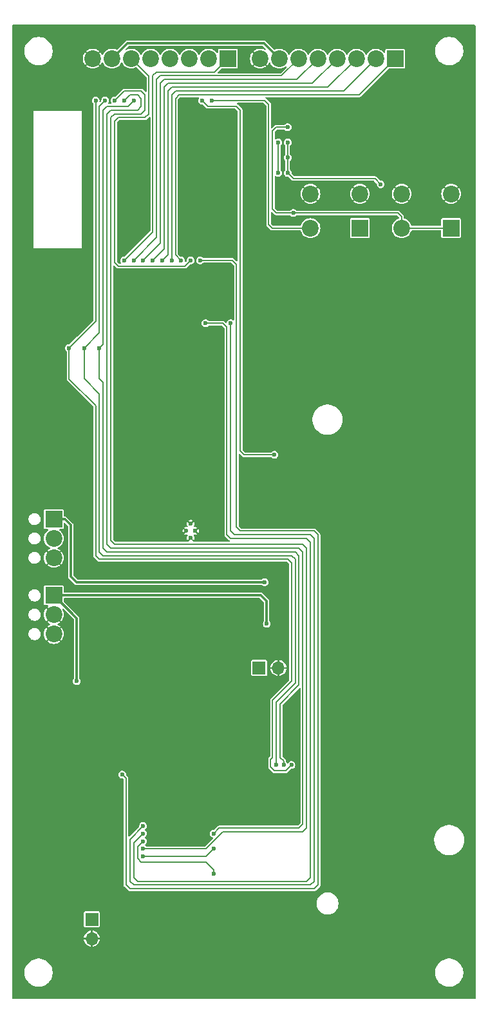
<source format=gbr>
G04 #@! TF.GenerationSoftware,KiCad,Pcbnew,8.0.5-8.0.5-0~ubuntu24.04.1*
G04 #@! TF.CreationDate,2024-10-26T16:25:55+03:00*
G04 #@! TF.ProjectId,esp32-main,65737033-322d-46d6-9169-6e2e6b696361,B*
G04 #@! TF.SameCoordinates,Original*
G04 #@! TF.FileFunction,Copper,L2,Bot*
G04 #@! TF.FilePolarity,Positive*
%FSLAX46Y46*%
G04 Gerber Fmt 4.6, Leading zero omitted, Abs format (unit mm)*
G04 Created by KiCad (PCBNEW 8.0.5-8.0.5-0~ubuntu24.04.1) date 2024-10-26 16:25:55*
%MOMM*%
%LPD*%
G01*
G04 APERTURE LIST*
G04 #@! TA.AperFunction,ComponentPad*
%ADD10C,2.200000*%
G04 #@! TD*
G04 #@! TA.AperFunction,ComponentPad*
%ADD11R,2.200000X2.200000*%
G04 #@! TD*
G04 #@! TA.AperFunction,ComponentPad*
%ADD12R,1.700000X1.700000*%
G04 #@! TD*
G04 #@! TA.AperFunction,ComponentPad*
%ADD13O,1.700000X1.700000*%
G04 #@! TD*
G04 #@! TA.AperFunction,ComponentPad*
%ADD14C,0.600000*%
G04 #@! TD*
G04 #@! TA.AperFunction,ViaPad*
%ADD15C,0.600000*%
G04 #@! TD*
G04 #@! TA.AperFunction,Conductor*
%ADD16C,0.200000*%
G04 #@! TD*
G04 #@! TA.AperFunction,Conductor*
%ADD17C,0.300000*%
G04 #@! TD*
G04 APERTURE END LIST*
D10*
X160750000Y-49750000D03*
X167250000Y-49750000D03*
X160750000Y-54250000D03*
D11*
X167250000Y-54250000D03*
D10*
X148750000Y-49750000D03*
X155250000Y-49750000D03*
X148750000Y-54250000D03*
D11*
X155250000Y-54250000D03*
X115000000Y-102460000D03*
D10*
X115000000Y-105000000D03*
X115000000Y-107540000D03*
D12*
X120000000Y-145000000D03*
D13*
X120000000Y-147540000D03*
D12*
X142000000Y-112000000D03*
D13*
X144540000Y-112000000D03*
D10*
X142110000Y-32000000D03*
X144650000Y-32000000D03*
X147190000Y-32000000D03*
X149730000Y-32000000D03*
X152270000Y-32000000D03*
X154810000Y-32000000D03*
X157350000Y-32000000D03*
D11*
X159890000Y-32000000D03*
X115000000Y-92460000D03*
D10*
X115000000Y-95000000D03*
X115000000Y-97540000D03*
D14*
X132425000Y-94000000D03*
X133000000Y-93050000D03*
X133000000Y-94950000D03*
X133575000Y-94000000D03*
D11*
X137890000Y-32000000D03*
D10*
X135350000Y-32000000D03*
X132810000Y-32000000D03*
X130270000Y-32000000D03*
X127730000Y-32000000D03*
X125190000Y-32000000D03*
X122650000Y-32000000D03*
X120110000Y-32000000D03*
D15*
X117000000Y-70000000D03*
X126000000Y-62000000D03*
X124000000Y-62000000D03*
X125000000Y-53000000D03*
X126000000Y-53000000D03*
X126000000Y-43000000D03*
X125000000Y-43000000D03*
X133000000Y-82000000D03*
X133000000Y-81000000D03*
X133000000Y-83000000D03*
X133000000Y-89000000D03*
X133000000Y-90000000D03*
X142750000Y-61500000D03*
X143750000Y-66500000D03*
X143750000Y-61500000D03*
X142750000Y-66500000D03*
X144750000Y-61500000D03*
X144750000Y-66500000D03*
X118000000Y-113750000D03*
X130000000Y-93000000D03*
X130000000Y-95000000D03*
X130000000Y-94000000D03*
X136000000Y-53000000D03*
X135000000Y-53000000D03*
X134000000Y-53000000D03*
X136000000Y-43000000D03*
X135000000Y-43000000D03*
X134000000Y-43000000D03*
X136000000Y-48000000D03*
X134000000Y-48000000D03*
X135000000Y-48000000D03*
X160000000Y-80000000D03*
X158000000Y-80000000D03*
X160000000Y-87000000D03*
X158000000Y-87000000D03*
X160000000Y-97000000D03*
X158000000Y-97000000D03*
X160000000Y-107000000D03*
X158000000Y-107000000D03*
X158000000Y-117000000D03*
X160000000Y-117000000D03*
X160000000Y-127000000D03*
X158000000Y-127000000D03*
X158000000Y-137000000D03*
X160000000Y-137000000D03*
X159000000Y-137000000D03*
X159000000Y-127000000D03*
X159000000Y-117000000D03*
X159000000Y-107000000D03*
X159000000Y-97000000D03*
X159000000Y-87000000D03*
X159000000Y-80000000D03*
X121000000Y-70000000D03*
X119000000Y-70000000D03*
X144000000Y-84000000D03*
X124000000Y-126000000D03*
X134250000Y-58500000D03*
X138250000Y-66750000D03*
X134950000Y-66750000D03*
X146250000Y-124750000D03*
X145250000Y-124750000D03*
X144250000Y-124750000D03*
X134500000Y-37500000D03*
X135750000Y-37500000D03*
X120500000Y-37500000D03*
X121750000Y-37500000D03*
X123000000Y-37500000D03*
X124250000Y-37500000D03*
X125500000Y-37500000D03*
X146500000Y-52250000D03*
X158000000Y-48500000D03*
X144500000Y-43000000D03*
X145750000Y-47000000D03*
X145750000Y-45000000D03*
X145750000Y-43000000D03*
X145750000Y-41000000D03*
X142750000Y-100750000D03*
X143000000Y-106200000D03*
X136000000Y-139000000D03*
X126750000Y-134750000D03*
X136000000Y-133750000D03*
X136000000Y-135750000D03*
X126750000Y-136750000D03*
X126750000Y-135750000D03*
X126750000Y-132750000D03*
X126750000Y-133750000D03*
X144500000Y-47000000D03*
X133000000Y-58500000D03*
X125500000Y-58500000D03*
X126750000Y-58500000D03*
X128000000Y-58500000D03*
X129250000Y-58500000D03*
X130500000Y-58500000D03*
X131750000Y-58500000D03*
X124250000Y-58500000D03*
X121000000Y-132750000D03*
X119000000Y-132750000D03*
X120000000Y-132750000D03*
D16*
X122000000Y-39250000D02*
X122500000Y-38750000D01*
X126000000Y-38750000D02*
X126500000Y-38250000D01*
X136000000Y-133750000D02*
X136750000Y-133000000D01*
X122000000Y-95750000D02*
X122000000Y-39250000D01*
X147750000Y-96750000D02*
X147250000Y-96250000D01*
X122500000Y-38750000D02*
X126000000Y-38750000D01*
X122500000Y-96250000D02*
X122000000Y-95750000D01*
X147750000Y-132500000D02*
X147750000Y-96750000D01*
X147250000Y-96250000D02*
X122500000Y-96250000D01*
X126500000Y-38250000D02*
X126500000Y-37250000D01*
X147250000Y-133000000D02*
X147750000Y-132500000D01*
X126500000Y-37250000D02*
X126000000Y-36750000D01*
X136750000Y-133000000D02*
X147250000Y-133000000D01*
X125000000Y-36750000D02*
X124250000Y-37500000D01*
X126000000Y-36750000D02*
X125000000Y-36750000D01*
D17*
X116460000Y-92460000D02*
X115000000Y-92460000D01*
X142750000Y-100750000D02*
X118000000Y-100750000D01*
X117250000Y-93250000D02*
X116460000Y-92460000D01*
X118000000Y-100750000D02*
X117250000Y-100000000D01*
X117250000Y-100000000D02*
X117250000Y-93250000D01*
X144650000Y-32000000D02*
X142650000Y-30000000D01*
X142650000Y-30000000D02*
X124650000Y-30000000D01*
X124650000Y-30000000D02*
X122650000Y-32000000D01*
D16*
X126500000Y-39250000D02*
X127000000Y-38750000D01*
X123000000Y-95750000D02*
X122500000Y-95250000D01*
X147750000Y-95750000D02*
X123000000Y-95750000D01*
X148250000Y-96250000D02*
X147750000Y-95750000D01*
X148250000Y-133000000D02*
X148250000Y-96250000D01*
X123000000Y-39250000D02*
X126500000Y-39250000D01*
X147750000Y-133500000D02*
X148250000Y-133000000D01*
X127000000Y-38750000D02*
X127000000Y-36750000D01*
X122500000Y-95250000D02*
X122500000Y-39750000D01*
X126500000Y-36250000D02*
X124250000Y-36250000D01*
X122500000Y-39750000D02*
X123000000Y-39250000D01*
X137250000Y-133500000D02*
X147750000Y-133500000D01*
X126750000Y-135750000D02*
X135000000Y-135750000D01*
X135000000Y-135750000D02*
X137250000Y-133500000D01*
X127000000Y-36750000D02*
X126500000Y-36250000D01*
X124250000Y-36250000D02*
X123000000Y-37500000D01*
X134250000Y-58500000D02*
X138500000Y-58500000D01*
X149750000Y-140500000D02*
X149250000Y-141000000D01*
X138500000Y-58500000D02*
X139000000Y-59000000D01*
X139000000Y-93500000D02*
X139500000Y-94000000D01*
X139000000Y-59000000D02*
X139000000Y-93500000D01*
X125000000Y-141000000D02*
X124500000Y-140500000D01*
X139500000Y-94000000D02*
X149250000Y-94000000D01*
X149250000Y-94000000D02*
X149750000Y-94500000D01*
X149750000Y-94500000D02*
X149750000Y-140500000D01*
X149250000Y-141000000D02*
X125000000Y-141000000D01*
X124500000Y-140500000D02*
X124500000Y-126500000D01*
X124500000Y-126500000D02*
X124000000Y-126000000D01*
X145250000Y-124750000D02*
X145250000Y-124250000D01*
X145250000Y-124250000D02*
X144750000Y-123750000D01*
X147250000Y-97250000D02*
X146750000Y-96750000D01*
X144750000Y-123750000D02*
X144750000Y-116750000D01*
X121500000Y-96250000D02*
X121500000Y-74500000D01*
X144750000Y-116750000D02*
X147250000Y-114250000D01*
X147250000Y-114250000D02*
X147250000Y-97250000D01*
X146750000Y-96750000D02*
X122000000Y-96750000D01*
X122000000Y-96750000D02*
X121500000Y-96250000D01*
X121500000Y-74500000D02*
X121000000Y-74000000D01*
X121000000Y-74000000D02*
X121000000Y-70000000D01*
X144250000Y-124750000D02*
X144250000Y-116500000D01*
X144250000Y-116500000D02*
X146750000Y-114000000D01*
X146750000Y-97750000D02*
X146250000Y-97250000D01*
X146750000Y-114000000D02*
X146750000Y-97750000D01*
X146250000Y-97250000D02*
X121500000Y-97250000D01*
X121500000Y-97250000D02*
X121000000Y-96750000D01*
X121000000Y-96750000D02*
X121000000Y-76000000D01*
X121000000Y-76000000D02*
X119000000Y-74000000D01*
X119000000Y-74000000D02*
X119000000Y-70000000D01*
X120500000Y-97250000D02*
X120500000Y-77562500D01*
X146250000Y-98250000D02*
X145750000Y-97750000D01*
X145750000Y-97750000D02*
X121000000Y-97750000D01*
X146250000Y-113750000D02*
X146250000Y-98250000D01*
X120500000Y-77562500D02*
X117000000Y-74062500D01*
X117000000Y-70000000D02*
X118250000Y-68750000D01*
X143750000Y-123750000D02*
X143750000Y-116250000D01*
X143500000Y-124000000D02*
X143750000Y-123750000D01*
X143500000Y-125000000D02*
X143500000Y-124000000D01*
X144000000Y-125500000D02*
X143500000Y-125000000D01*
X121000000Y-97750000D02*
X120500000Y-97250000D01*
X145500000Y-125500000D02*
X144000000Y-125500000D01*
X143750000Y-116250000D02*
X146250000Y-113750000D01*
X146250000Y-124750000D02*
X145500000Y-125500000D01*
X117000000Y-74062500D02*
X117000000Y-70000000D01*
X144000000Y-84000000D02*
X140000000Y-84000000D01*
X140000000Y-84000000D02*
X139500000Y-83500000D01*
X139500000Y-83500000D02*
X139500000Y-38750000D01*
X139500000Y-38750000D02*
X139000000Y-38250000D01*
X139000000Y-38250000D02*
X135250000Y-38250000D01*
X135250000Y-38250000D02*
X134500000Y-37500000D01*
X126750000Y-132750000D02*
X125000000Y-134500000D01*
X125000000Y-134500000D02*
X125000000Y-140000000D01*
X125000000Y-140000000D02*
X125500000Y-140500000D01*
X125500000Y-140500000D02*
X148750000Y-140500000D01*
X148750000Y-140500000D02*
X149250000Y-140000000D01*
X149250000Y-140000000D02*
X149250000Y-95000000D01*
X149250000Y-95000000D02*
X148750000Y-94500000D01*
X148750000Y-94500000D02*
X138750000Y-94500000D01*
X138750000Y-94500000D02*
X138250000Y-94000000D01*
X138250000Y-94000000D02*
X138250000Y-66750000D01*
X126750000Y-133750000D02*
X125500000Y-135000000D01*
X125500000Y-135000000D02*
X125500000Y-139500000D01*
X125500000Y-139500000D02*
X126000000Y-140000000D01*
X126000000Y-140000000D02*
X148250000Y-140000000D01*
X148250000Y-95000000D02*
X138250000Y-95000000D01*
X148250000Y-140000000D02*
X148750000Y-139500000D01*
X148750000Y-139500000D02*
X148750000Y-95500000D01*
X137750000Y-94500000D02*
X137750000Y-67250000D01*
X148750000Y-95500000D02*
X148250000Y-95000000D01*
X137750000Y-67250000D02*
X137250000Y-66750000D01*
X138250000Y-95000000D02*
X137750000Y-94500000D01*
X137250000Y-66750000D02*
X134950000Y-66750000D01*
X121000000Y-38250000D02*
X121750000Y-37500000D01*
X119000000Y-70000000D02*
X121000000Y-68000000D01*
X121000000Y-68000000D02*
X121000000Y-38250000D01*
X122000000Y-38250000D02*
X124750000Y-38250000D01*
X121000000Y-70000000D02*
X121500000Y-69500000D01*
X121500000Y-69500000D02*
X121500000Y-38750000D01*
X121500000Y-38750000D02*
X122000000Y-38250000D01*
X124750000Y-38250000D02*
X125500000Y-37500000D01*
D17*
X118000000Y-113750000D02*
X118000000Y-105460000D01*
X118000000Y-105460000D02*
X115000000Y-102460000D01*
D16*
X118250000Y-68750000D02*
X120500000Y-66500000D01*
X120500000Y-66500000D02*
X120500000Y-37500000D01*
X131750000Y-58500000D02*
X131000000Y-57750000D01*
X131000000Y-57750000D02*
X131000000Y-37250000D01*
X131500000Y-36750000D02*
X155140000Y-36750000D01*
X131000000Y-37250000D02*
X131500000Y-36750000D01*
X155140000Y-36750000D02*
X159890000Y-32000000D01*
X124250000Y-58500000D02*
X128000000Y-54750000D01*
X136140000Y-33750000D02*
X137890000Y-32000000D01*
X128000000Y-54750000D02*
X128000000Y-34250000D01*
X128000000Y-34250000D02*
X128500000Y-33750000D01*
X128500000Y-33750000D02*
X136140000Y-33750000D01*
X147190000Y-32000000D02*
X144940000Y-34250000D01*
X129000000Y-34250000D02*
X128500000Y-34750000D01*
X144940000Y-34250000D02*
X129000000Y-34250000D01*
X128500000Y-34750000D02*
X128500000Y-55500000D01*
X128500000Y-55500000D02*
X125500000Y-58500000D01*
X149730000Y-32000000D02*
X146980000Y-34750000D01*
X146980000Y-34750000D02*
X129500000Y-34750000D01*
X129500000Y-34750000D02*
X129000000Y-35250000D01*
X129000000Y-35250000D02*
X129000000Y-56250000D01*
X129000000Y-56250000D02*
X126750000Y-58500000D01*
X152270000Y-32000000D02*
X149020000Y-35250000D01*
X149020000Y-35250000D02*
X130000000Y-35250000D01*
X130000000Y-35250000D02*
X129500000Y-35750000D01*
X129500000Y-35750000D02*
X129500000Y-57000000D01*
X129500000Y-57000000D02*
X128000000Y-58500000D01*
X154810000Y-32000000D02*
X151060000Y-35750000D01*
X151060000Y-35750000D02*
X130500000Y-35750000D01*
X130500000Y-35750000D02*
X130000000Y-36250000D01*
X130000000Y-36250000D02*
X130000000Y-57750000D01*
X130000000Y-57750000D02*
X129250000Y-58500000D01*
X157350000Y-32000000D02*
X153100000Y-36250000D01*
X153100000Y-36250000D02*
X131000000Y-36250000D01*
X131000000Y-36250000D02*
X130500000Y-36750000D01*
X130500000Y-36750000D02*
X130500000Y-58500000D01*
X143250000Y-53750000D02*
X143750000Y-54250000D01*
X143250000Y-38000000D02*
X143250000Y-53750000D01*
X143750000Y-54250000D02*
X148750000Y-54250000D01*
X135750000Y-37500000D02*
X142750000Y-37500000D01*
X142750000Y-37500000D02*
X143250000Y-38000000D01*
X133000000Y-58500000D02*
X132250000Y-59250000D01*
X127000000Y-39750000D02*
X127500000Y-39250000D01*
X132250000Y-59250000D02*
X123500000Y-59250000D01*
X127500000Y-39250000D02*
X127500000Y-34310000D01*
X123500000Y-59250000D02*
X123000000Y-58750000D01*
X127500000Y-34310000D02*
X125190000Y-32000000D01*
X123000000Y-58750000D02*
X123000000Y-40250000D01*
X123000000Y-40250000D02*
X123500000Y-39750000D01*
X123500000Y-39750000D02*
X127000000Y-39750000D01*
X146500000Y-52250000D02*
X144250000Y-52250000D01*
X144250000Y-52250000D02*
X143750000Y-51750000D01*
X143750000Y-51750000D02*
X143750000Y-41500000D01*
X143750000Y-41500000D02*
X144250000Y-41000000D01*
X144250000Y-41000000D02*
X145750000Y-41000000D01*
X146500000Y-52250000D02*
X160250000Y-52250000D01*
X160250000Y-52250000D02*
X160750000Y-52750000D01*
X160750000Y-52750000D02*
X160750000Y-54250000D01*
X167250000Y-54250000D02*
X160750000Y-54250000D01*
X158000000Y-48500000D02*
X157250000Y-47750000D01*
X157250000Y-47750000D02*
X146500000Y-47750000D01*
X146500000Y-47750000D02*
X145750000Y-47000000D01*
X145750000Y-45000000D02*
X145750000Y-47000000D01*
X145750000Y-43000000D02*
X145750000Y-45000000D01*
X144500000Y-43000000D02*
X144500000Y-47000000D01*
D17*
X115000000Y-102460000D02*
X142210000Y-102460000D01*
X142210000Y-102460000D02*
X143000000Y-103250000D01*
X143000000Y-103250000D02*
X143000000Y-106200000D01*
D16*
X126500000Y-137500000D02*
X135000000Y-137500000D01*
X126000000Y-135500000D02*
X126000000Y-137000000D01*
X126750000Y-134750000D02*
X126000000Y-135500000D01*
X126000000Y-137000000D02*
X126500000Y-137500000D01*
X135000000Y-137500000D02*
X136000000Y-138500000D01*
X136000000Y-138500000D02*
X136000000Y-139000000D01*
X126750000Y-136750000D02*
X135000000Y-136750000D01*
X135000000Y-136750000D02*
X136000000Y-135750000D01*
G04 #@! TA.AperFunction,Conductor*
G36*
X134068649Y-37069407D02*
G01*
X134104613Y-37118907D01*
X134104613Y-37180093D01*
X134085279Y-37214329D01*
X134076736Y-37224187D01*
X134074622Y-37226628D01*
X134014834Y-37357543D01*
X133994353Y-37499997D01*
X133994353Y-37500002D01*
X134014834Y-37642456D01*
X134032387Y-37680891D01*
X134074623Y-37773373D01*
X134166076Y-37878916D01*
X134168873Y-37882144D01*
X134280517Y-37953893D01*
X134289947Y-37959953D01*
X134376054Y-37985236D01*
X134428035Y-38000499D01*
X134428036Y-38000499D01*
X134428039Y-38000500D01*
X134428041Y-38000500D01*
X134534521Y-38000500D01*
X134592712Y-38019407D01*
X134604525Y-38029496D01*
X135009540Y-38434511D01*
X135009539Y-38434511D01*
X135065489Y-38490460D01*
X135134007Y-38530019D01*
X135134011Y-38530021D01*
X135210435Y-38550499D01*
X135210437Y-38550500D01*
X135210438Y-38550500D01*
X135289562Y-38550500D01*
X138834521Y-38550500D01*
X138892712Y-38569407D01*
X138904525Y-38579496D01*
X139170504Y-38845475D01*
X139198281Y-38899992D01*
X139199500Y-38915479D01*
X139199500Y-58535521D01*
X139180593Y-58593712D01*
X139131093Y-58629676D01*
X139069907Y-58629676D01*
X139030497Y-58605525D01*
X138684510Y-58259539D01*
X138615992Y-58219980D01*
X138615988Y-58219978D01*
X138539564Y-58199500D01*
X138539562Y-58199500D01*
X134697083Y-58199500D01*
X134638892Y-58180593D01*
X134622264Y-58165331D01*
X134581128Y-58117857D01*
X134548182Y-58096684D01*
X134460057Y-58040049D01*
X134460054Y-58040047D01*
X134460053Y-58040047D01*
X134460050Y-58040046D01*
X134321964Y-57999500D01*
X134321961Y-57999500D01*
X134178039Y-57999500D01*
X134178035Y-57999500D01*
X134039949Y-58040046D01*
X134039942Y-58040049D01*
X133918873Y-58117855D01*
X133824622Y-58226628D01*
X133764834Y-58357543D01*
X133744353Y-58499997D01*
X133744353Y-58500002D01*
X133764834Y-58642456D01*
X133782387Y-58680891D01*
X133824623Y-58773373D01*
X133917962Y-58881093D01*
X133918873Y-58882144D01*
X134039942Y-58959950D01*
X134039947Y-58959953D01*
X134146403Y-58991211D01*
X134178035Y-59000499D01*
X134178036Y-59000499D01*
X134178039Y-59000500D01*
X134178041Y-59000500D01*
X134321959Y-59000500D01*
X134321961Y-59000500D01*
X134460053Y-58959953D01*
X134581128Y-58882143D01*
X134622264Y-58834668D01*
X134674660Y-58803073D01*
X134697083Y-58800500D01*
X138334521Y-58800500D01*
X138392712Y-58819407D01*
X138404525Y-58829496D01*
X138670504Y-59095475D01*
X138698281Y-59149992D01*
X138699500Y-59165479D01*
X138699500Y-66262625D01*
X138680593Y-66320816D01*
X138631093Y-66356780D01*
X138569907Y-66356780D01*
X138546977Y-66345909D01*
X138460057Y-66290049D01*
X138460054Y-66290047D01*
X138460053Y-66290047D01*
X138460050Y-66290046D01*
X138321964Y-66249500D01*
X138321961Y-66249500D01*
X138178039Y-66249500D01*
X138178035Y-66249500D01*
X138039949Y-66290046D01*
X138039942Y-66290049D01*
X137918873Y-66367855D01*
X137824622Y-66476628D01*
X137764834Y-66607543D01*
X137763777Y-66614897D01*
X137736780Y-66669804D01*
X137682665Y-66698356D01*
X137622103Y-66689648D01*
X137595782Y-66670810D01*
X137434510Y-66509539D01*
X137365992Y-66469980D01*
X137365988Y-66469978D01*
X137289564Y-66449500D01*
X137289562Y-66449500D01*
X135397083Y-66449500D01*
X135338892Y-66430593D01*
X135322264Y-66415331D01*
X135281128Y-66367857D01*
X135207931Y-66320816D01*
X135160057Y-66290049D01*
X135160054Y-66290047D01*
X135160053Y-66290047D01*
X135160050Y-66290046D01*
X135021964Y-66249500D01*
X135021961Y-66249500D01*
X134878039Y-66249500D01*
X134878035Y-66249500D01*
X134739949Y-66290046D01*
X134739942Y-66290049D01*
X134618873Y-66367855D01*
X134524622Y-66476628D01*
X134464834Y-66607543D01*
X134444353Y-66749997D01*
X134444353Y-66750002D01*
X134464834Y-66892456D01*
X134524622Y-67023371D01*
X134524623Y-67023373D01*
X134577736Y-67084669D01*
X134618873Y-67132144D01*
X134618875Y-67132145D01*
X134739947Y-67209953D01*
X134846403Y-67241211D01*
X134878035Y-67250499D01*
X134878036Y-67250499D01*
X134878039Y-67250500D01*
X134878041Y-67250500D01*
X135021959Y-67250500D01*
X135021961Y-67250500D01*
X135160053Y-67209953D01*
X135281128Y-67132143D01*
X135322264Y-67084668D01*
X135374660Y-67053073D01*
X135397083Y-67050500D01*
X137084521Y-67050500D01*
X137142712Y-67069407D01*
X137154525Y-67079496D01*
X137420504Y-67345475D01*
X137448281Y-67399992D01*
X137449500Y-67415479D01*
X137449500Y-94539562D01*
X137469614Y-94614628D01*
X137469979Y-94615989D01*
X137472766Y-94620815D01*
X137472768Y-94620821D01*
X137505145Y-94676899D01*
X137509540Y-94684511D01*
X138065489Y-95240460D01*
X138065491Y-95240461D01*
X138065493Y-95240463D01*
X138107583Y-95264764D01*
X138148524Y-95310234D01*
X138154920Y-95371084D01*
X138124327Y-95424072D01*
X138068431Y-95448958D01*
X138058083Y-95449500D01*
X133377090Y-95449500D01*
X133318899Y-95430593D01*
X133282935Y-95381093D01*
X133282153Y-95373575D01*
X133008579Y-95100000D01*
X133029837Y-95100000D01*
X133084968Y-95077164D01*
X133127164Y-95034968D01*
X133150000Y-94979837D01*
X133150000Y-94958579D01*
X133420108Y-95228687D01*
X133420109Y-95228687D01*
X133424950Y-95223102D01*
X133424951Y-95223100D01*
X133484680Y-95092314D01*
X133505142Y-94950002D01*
X133505142Y-94949997D01*
X133484680Y-94807685D01*
X133424951Y-94676899D01*
X133412548Y-94662584D01*
X133388731Y-94606224D01*
X133402590Y-94546629D01*
X133448832Y-94506562D01*
X133496030Y-94500464D01*
X133496030Y-94500000D01*
X133499629Y-94500000D01*
X133501464Y-94499763D01*
X133503112Y-94500000D01*
X133646888Y-94500000D01*
X133646890Y-94499999D01*
X133784843Y-94459492D01*
X133784844Y-94459492D01*
X133850729Y-94417150D01*
X133583579Y-94150000D01*
X133604837Y-94150000D01*
X133659968Y-94127164D01*
X133702164Y-94084968D01*
X133725000Y-94029837D01*
X133725000Y-94008578D01*
X133995109Y-94278687D01*
X133999950Y-94273102D01*
X133999951Y-94273100D01*
X134059680Y-94142314D01*
X134080142Y-94000002D01*
X134080142Y-93999997D01*
X134059680Y-93857685D01*
X133999951Y-93726899D01*
X133995109Y-93721311D01*
X133725000Y-93991420D01*
X133725000Y-93970163D01*
X133702164Y-93915032D01*
X133659968Y-93872836D01*
X133604837Y-93850000D01*
X133583578Y-93850000D01*
X133850728Y-93582848D01*
X133784841Y-93540506D01*
X133646890Y-93500000D01*
X133503109Y-93500000D01*
X133501453Y-93500238D01*
X133500078Y-93500000D01*
X133496030Y-93500000D01*
X133496030Y-93499299D01*
X133441164Y-93489802D01*
X133398524Y-93445922D01*
X133389819Y-93385359D01*
X133412549Y-93337413D01*
X133424952Y-93323098D01*
X133484680Y-93192314D01*
X133505142Y-93050002D01*
X133505142Y-93049997D01*
X133484680Y-92907685D01*
X133424951Y-92776899D01*
X133420109Y-92771311D01*
X133150000Y-93041420D01*
X133150000Y-93020163D01*
X133127164Y-92965032D01*
X133084968Y-92922836D01*
X133029837Y-92900000D01*
X133008577Y-92900000D01*
X133275728Y-92632848D01*
X133209841Y-92590506D01*
X133071890Y-92550000D01*
X132928109Y-92550000D01*
X132790153Y-92590508D01*
X132724270Y-92632847D01*
X132991423Y-92900000D01*
X132970163Y-92900000D01*
X132915032Y-92922836D01*
X132872836Y-92965032D01*
X132850000Y-93020163D01*
X132850000Y-93041420D01*
X132579890Y-92771310D01*
X132575048Y-92776899D01*
X132575046Y-92776902D01*
X132515319Y-92907685D01*
X132494858Y-93049997D01*
X132494858Y-93050002D01*
X132515319Y-93192314D01*
X132575048Y-93323100D01*
X132587452Y-93337416D01*
X132611268Y-93393775D01*
X132597408Y-93453370D01*
X132551167Y-93493437D01*
X132503970Y-93499536D01*
X132503970Y-93500000D01*
X132500386Y-93500000D01*
X132498545Y-93500238D01*
X132496889Y-93500000D01*
X132353109Y-93500000D01*
X132215153Y-93540508D01*
X132149270Y-93582847D01*
X132149270Y-93582848D01*
X132416420Y-93850000D01*
X132395163Y-93850000D01*
X132340032Y-93872836D01*
X132297836Y-93915032D01*
X132275000Y-93970163D01*
X132275000Y-93991421D01*
X132004889Y-93721311D01*
X132000048Y-93726899D01*
X132000046Y-93726902D01*
X131940319Y-93857685D01*
X131919858Y-93999997D01*
X131919858Y-94000002D01*
X131940319Y-94142314D01*
X132000048Y-94273100D01*
X132004889Y-94278687D01*
X132275000Y-94008576D01*
X132275000Y-94029837D01*
X132297836Y-94084968D01*
X132340032Y-94127164D01*
X132395163Y-94150000D01*
X132416420Y-94150000D01*
X132149269Y-94417151D01*
X132215151Y-94459490D01*
X132215156Y-94459492D01*
X132353109Y-94499999D01*
X132353112Y-94500000D01*
X132496887Y-94500000D01*
X132498534Y-94499763D01*
X132499904Y-94500000D01*
X132503970Y-94500000D01*
X132503970Y-94500703D01*
X132558824Y-94510191D01*
X132601470Y-94554066D01*
X132610182Y-94614628D01*
X132587453Y-94662582D01*
X132575048Y-94676899D01*
X132515319Y-94807685D01*
X132494858Y-94949997D01*
X132494858Y-94950002D01*
X132515319Y-95092314D01*
X132575048Y-95223100D01*
X132579889Y-95228687D01*
X132850000Y-94958576D01*
X132850000Y-94979837D01*
X132872836Y-95034968D01*
X132915032Y-95077164D01*
X132970163Y-95100000D01*
X132991421Y-95100000D01*
X132713320Y-95378101D01*
X132708763Y-95399797D01*
X132663390Y-95440845D01*
X132622909Y-95449500D01*
X123165479Y-95449500D01*
X123107288Y-95430593D01*
X123095475Y-95420504D01*
X122829496Y-95154525D01*
X122801719Y-95100008D01*
X122800500Y-95084521D01*
X122800500Y-59214478D01*
X122819407Y-59156287D01*
X122868907Y-59120323D01*
X122930093Y-59120323D01*
X122969501Y-59144472D01*
X123315489Y-59490460D01*
X123315491Y-59490461D01*
X123315493Y-59490463D01*
X123384008Y-59530020D01*
X123384006Y-59530020D01*
X123384010Y-59530021D01*
X123384012Y-59530022D01*
X123460438Y-59550500D01*
X123460440Y-59550500D01*
X132289563Y-59550500D01*
X132289563Y-59550499D01*
X132365989Y-59530021D01*
X132434511Y-59490460D01*
X132462485Y-59462485D01*
X132490461Y-59434511D01*
X132895473Y-59029497D01*
X132949990Y-59001719D01*
X132965477Y-59000500D01*
X133071959Y-59000500D01*
X133071961Y-59000500D01*
X133210053Y-58959953D01*
X133331128Y-58882143D01*
X133425377Y-58773373D01*
X133485165Y-58642457D01*
X133505647Y-58500000D01*
X133505646Y-58499996D01*
X133485165Y-58357543D01*
X133467611Y-58319106D01*
X133425377Y-58226627D01*
X133331128Y-58117857D01*
X133331127Y-58117856D01*
X133331126Y-58117855D01*
X133210057Y-58040049D01*
X133210054Y-58040047D01*
X133210053Y-58040047D01*
X133210050Y-58040046D01*
X133071964Y-57999500D01*
X133071961Y-57999500D01*
X132928039Y-57999500D01*
X132928035Y-57999500D01*
X132789949Y-58040046D01*
X132789942Y-58040049D01*
X132668873Y-58117855D01*
X132574622Y-58226628D01*
X132514834Y-58357543D01*
X132494353Y-58499996D01*
X132494353Y-58499997D01*
X132494353Y-58500000D01*
X132497442Y-58521483D01*
X132487007Y-58581772D01*
X132469453Y-58605575D01*
X132412343Y-58662685D01*
X132357826Y-58690462D01*
X132297394Y-58680891D01*
X132254129Y-58637626D01*
X132244347Y-58578591D01*
X132245506Y-58570534D01*
X132255647Y-58500000D01*
X132255646Y-58499996D01*
X132235165Y-58357543D01*
X132217611Y-58319106D01*
X132175377Y-58226627D01*
X132081128Y-58117857D01*
X132081127Y-58117856D01*
X132081126Y-58117855D01*
X131960057Y-58040049D01*
X131960054Y-58040047D01*
X131960053Y-58040047D01*
X131960050Y-58040046D01*
X131821964Y-57999500D01*
X131821961Y-57999500D01*
X131715479Y-57999500D01*
X131657288Y-57980593D01*
X131645475Y-57970504D01*
X131329496Y-57654525D01*
X131301719Y-57600008D01*
X131300500Y-57584521D01*
X131300500Y-37415479D01*
X131319407Y-37357288D01*
X131329496Y-37345475D01*
X131595475Y-37079496D01*
X131649992Y-37051719D01*
X131665479Y-37050500D01*
X134010458Y-37050500D01*
X134068649Y-37069407D01*
G37*
G04 #@! TD.AperFunction*
G04 #@! TA.AperFunction,Conductor*
G36*
X127645445Y-39626269D02*
G01*
X127688710Y-39669534D01*
X127699500Y-39714479D01*
X127699500Y-54584520D01*
X127680593Y-54642711D01*
X127670504Y-54654524D01*
X124354524Y-57970504D01*
X124300007Y-57998281D01*
X124284520Y-57999500D01*
X124178035Y-57999500D01*
X124039949Y-58040046D01*
X124039942Y-58040049D01*
X123918873Y-58117855D01*
X123824622Y-58226628D01*
X123764834Y-58357543D01*
X123744353Y-58499997D01*
X123744353Y-58500002D01*
X123764834Y-58642456D01*
X123782387Y-58680891D01*
X123824623Y-58773373D01*
X123835278Y-58785670D01*
X123859095Y-58842029D01*
X123845236Y-58901624D01*
X123798995Y-58941692D01*
X123760458Y-58949500D01*
X123665479Y-58949500D01*
X123607288Y-58930593D01*
X123595475Y-58920504D01*
X123329496Y-58654525D01*
X123301719Y-58600008D01*
X123300500Y-58584521D01*
X123300500Y-40415479D01*
X123319407Y-40357288D01*
X123329496Y-40345475D01*
X123595475Y-40079496D01*
X123649992Y-40051719D01*
X123665479Y-40050500D01*
X127039563Y-40050500D01*
X127039563Y-40050499D01*
X127115989Y-40030021D01*
X127184511Y-39990460D01*
X127240460Y-39934511D01*
X127530496Y-39644475D01*
X127585013Y-39616698D01*
X127645445Y-39626269D01*
G37*
G04 #@! TD.AperFunction*
G04 #@! TA.AperFunction,Conductor*
G36*
X142522001Y-30369407D02*
G01*
X142533814Y-30379496D01*
X142855830Y-30701512D01*
X142883607Y-30756029D01*
X142874036Y-30816461D01*
X142830771Y-30859726D01*
X142770339Y-30869297D01*
X142743987Y-30861241D01*
X142556324Y-30773733D01*
X142336597Y-30714857D01*
X142110003Y-30695034D01*
X142109997Y-30695034D01*
X141883402Y-30714857D01*
X141663676Y-30773733D01*
X141457518Y-30869865D01*
X141271185Y-31000336D01*
X141261471Y-31010049D01*
X141797029Y-31545608D01*
X141772292Y-31559890D01*
X141669890Y-31662292D01*
X141655607Y-31687029D01*
X141120049Y-31151471D01*
X141110336Y-31161185D01*
X140979865Y-31347518D01*
X140883733Y-31553676D01*
X140824857Y-31773402D01*
X140805034Y-31999996D01*
X140805034Y-32000003D01*
X140824857Y-32226597D01*
X140883733Y-32446323D01*
X140979865Y-32652481D01*
X141110334Y-32838811D01*
X141120050Y-32848527D01*
X141655607Y-32312969D01*
X141669890Y-32337708D01*
X141772292Y-32440110D01*
X141797028Y-32454391D01*
X141261472Y-32989949D01*
X141271188Y-32999665D01*
X141457518Y-33130134D01*
X141663676Y-33226266D01*
X141883402Y-33285142D01*
X142109997Y-33304966D01*
X142110003Y-33304966D01*
X142336597Y-33285142D01*
X142556323Y-33226266D01*
X142762481Y-33130134D01*
X142948814Y-32999663D01*
X142958527Y-32989949D01*
X142422970Y-32454392D01*
X142447708Y-32440110D01*
X142550110Y-32337708D01*
X142564391Y-32312970D01*
X143099949Y-32848527D01*
X143109663Y-32838814D01*
X143240134Y-32652481D01*
X143289999Y-32545545D01*
X143331727Y-32500797D01*
X143391788Y-32489122D01*
X143447241Y-32514979D01*
X143469448Y-32545545D01*
X143519426Y-32652724D01*
X143519434Y-32652737D01*
X143649946Y-32839130D01*
X143649947Y-32839132D01*
X143649950Y-32839135D01*
X143649953Y-32839139D01*
X143810861Y-33000047D01*
X143810864Y-33000049D01*
X143810867Y-33000052D01*
X143810869Y-33000053D01*
X143935131Y-33087061D01*
X143997266Y-33130568D01*
X143997272Y-33130571D01*
X143997276Y-33130573D01*
X144203500Y-33226737D01*
X144203504Y-33226739D01*
X144423308Y-33285635D01*
X144423312Y-33285635D01*
X144423315Y-33285636D01*
X144649997Y-33305468D01*
X144650000Y-33305468D01*
X144650003Y-33305468D01*
X144876684Y-33285636D01*
X144876685Y-33285635D01*
X144876692Y-33285635D01*
X145096496Y-33226739D01*
X145302734Y-33130568D01*
X145482316Y-33004824D01*
X145540826Y-32986936D01*
X145598678Y-33006856D01*
X145633772Y-33056976D01*
X145632704Y-33118152D01*
X145609102Y-33155924D01*
X144844525Y-33920503D01*
X144790008Y-33948281D01*
X144774521Y-33949500D01*
X136604479Y-33949500D01*
X136546288Y-33930593D01*
X136510324Y-33881093D01*
X136510324Y-33819907D01*
X136534475Y-33780496D01*
X136985475Y-33329496D01*
X137039992Y-33301719D01*
X137055479Y-33300500D01*
X139009747Y-33300500D01*
X139009748Y-33300500D01*
X139068231Y-33288867D01*
X139134552Y-33244552D01*
X139178867Y-33178231D01*
X139190500Y-33119748D01*
X139190500Y-30880252D01*
X139178867Y-30821769D01*
X139134552Y-30755448D01*
X139085225Y-30722488D01*
X139068233Y-30711134D01*
X139068231Y-30711133D01*
X139068228Y-30711132D01*
X139068227Y-30711132D01*
X139009758Y-30699501D01*
X139009748Y-30699500D01*
X136770252Y-30699500D01*
X136770251Y-30699500D01*
X136770241Y-30699501D01*
X136711772Y-30711132D01*
X136711766Y-30711134D01*
X136645451Y-30755445D01*
X136645445Y-30755451D01*
X136601134Y-30821766D01*
X136601132Y-30821772D01*
X136589501Y-30880241D01*
X136589500Y-30880253D01*
X136589500Y-31188848D01*
X136570593Y-31247039D01*
X136521093Y-31283003D01*
X136459907Y-31283003D01*
X136410407Y-31247039D01*
X136409404Y-31245632D01*
X136350050Y-31160865D01*
X136350049Y-31160864D01*
X136350047Y-31160861D01*
X136189139Y-30999953D01*
X136189135Y-30999950D01*
X136189132Y-30999947D01*
X136189130Y-30999946D01*
X136002737Y-30869434D01*
X136002736Y-30869433D01*
X136002734Y-30869432D01*
X136002731Y-30869430D01*
X136002723Y-30869426D01*
X135796499Y-30773262D01*
X135796500Y-30773262D01*
X135723228Y-30753629D01*
X135576692Y-30714365D01*
X135576691Y-30714364D01*
X135576684Y-30714363D01*
X135350003Y-30694532D01*
X135349997Y-30694532D01*
X135123315Y-30714363D01*
X134903499Y-30773262D01*
X134697276Y-30869426D01*
X134697262Y-30869434D01*
X134510869Y-30999946D01*
X134510867Y-30999947D01*
X134349947Y-31160867D01*
X134349946Y-31160869D01*
X134219434Y-31347262D01*
X134219428Y-31347271D01*
X134169724Y-31453863D01*
X134127996Y-31498611D01*
X134067935Y-31510285D01*
X134012482Y-31484427D01*
X133990276Y-31453863D01*
X133940571Y-31347271D01*
X133940565Y-31347262D01*
X133810053Y-31160869D01*
X133810052Y-31160867D01*
X133810049Y-31160864D01*
X133810047Y-31160861D01*
X133649139Y-30999953D01*
X133649135Y-30999950D01*
X133649132Y-30999947D01*
X133649130Y-30999946D01*
X133462737Y-30869434D01*
X133462736Y-30869433D01*
X133462734Y-30869432D01*
X133462731Y-30869430D01*
X133462723Y-30869426D01*
X133256499Y-30773262D01*
X133256500Y-30773262D01*
X133183228Y-30753629D01*
X133036692Y-30714365D01*
X133036691Y-30714364D01*
X133036684Y-30714363D01*
X132810003Y-30694532D01*
X132809997Y-30694532D01*
X132583315Y-30714363D01*
X132363499Y-30773262D01*
X132157276Y-30869426D01*
X132157262Y-30869434D01*
X131970869Y-30999946D01*
X131970867Y-30999947D01*
X131809947Y-31160867D01*
X131809946Y-31160869D01*
X131679434Y-31347262D01*
X131679428Y-31347271D01*
X131629724Y-31453863D01*
X131587996Y-31498611D01*
X131527935Y-31510285D01*
X131472482Y-31484427D01*
X131450276Y-31453863D01*
X131400571Y-31347271D01*
X131400565Y-31347262D01*
X131270053Y-31160869D01*
X131270052Y-31160867D01*
X131270049Y-31160864D01*
X131270047Y-31160861D01*
X131109139Y-30999953D01*
X131109135Y-30999950D01*
X131109132Y-30999947D01*
X131109130Y-30999946D01*
X130922737Y-30869434D01*
X130922736Y-30869433D01*
X130922734Y-30869432D01*
X130922731Y-30869430D01*
X130922723Y-30869426D01*
X130716499Y-30773262D01*
X130716500Y-30773262D01*
X130643228Y-30753629D01*
X130496692Y-30714365D01*
X130496691Y-30714364D01*
X130496684Y-30714363D01*
X130270003Y-30694532D01*
X130269997Y-30694532D01*
X130043315Y-30714363D01*
X129823499Y-30773262D01*
X129617276Y-30869426D01*
X129617262Y-30869434D01*
X129430869Y-30999946D01*
X129430867Y-30999947D01*
X129269947Y-31160867D01*
X129269946Y-31160869D01*
X129139434Y-31347262D01*
X129139428Y-31347271D01*
X129089724Y-31453863D01*
X129047996Y-31498611D01*
X128987935Y-31510285D01*
X128932482Y-31484427D01*
X128910276Y-31453863D01*
X128860571Y-31347271D01*
X128860565Y-31347262D01*
X128730053Y-31160869D01*
X128730052Y-31160867D01*
X128730049Y-31160864D01*
X128730047Y-31160861D01*
X128569139Y-30999953D01*
X128569135Y-30999950D01*
X128569132Y-30999947D01*
X128569130Y-30999946D01*
X128382737Y-30869434D01*
X128382736Y-30869433D01*
X128382734Y-30869432D01*
X128382731Y-30869430D01*
X128382723Y-30869426D01*
X128176499Y-30773262D01*
X128176500Y-30773262D01*
X128103228Y-30753629D01*
X127956692Y-30714365D01*
X127956691Y-30714364D01*
X127956684Y-30714363D01*
X127730003Y-30694532D01*
X127729997Y-30694532D01*
X127503315Y-30714363D01*
X127283499Y-30773262D01*
X127077276Y-30869426D01*
X127077262Y-30869434D01*
X126890869Y-30999946D01*
X126890867Y-30999947D01*
X126729947Y-31160867D01*
X126729946Y-31160869D01*
X126599434Y-31347262D01*
X126599428Y-31347271D01*
X126549724Y-31453863D01*
X126507996Y-31498611D01*
X126447935Y-31510285D01*
X126392482Y-31484427D01*
X126370276Y-31453863D01*
X126320571Y-31347271D01*
X126320565Y-31347262D01*
X126190053Y-31160869D01*
X126190052Y-31160867D01*
X126190049Y-31160864D01*
X126190047Y-31160861D01*
X126029139Y-30999953D01*
X126029135Y-30999950D01*
X126029132Y-30999947D01*
X126029130Y-30999946D01*
X125842737Y-30869434D01*
X125842736Y-30869433D01*
X125842734Y-30869432D01*
X125842731Y-30869430D01*
X125842723Y-30869426D01*
X125636499Y-30773262D01*
X125636500Y-30773262D01*
X125563228Y-30753629D01*
X125416692Y-30714365D01*
X125416691Y-30714364D01*
X125416684Y-30714363D01*
X125190003Y-30694532D01*
X125189997Y-30694532D01*
X124963315Y-30714363D01*
X124743504Y-30773261D01*
X124557044Y-30860209D01*
X124496315Y-30867665D01*
X124442801Y-30838002D01*
X124416943Y-30782549D01*
X124428618Y-30722488D01*
X124445202Y-30700480D01*
X124766187Y-30379496D01*
X124820703Y-30351719D01*
X124836190Y-30350500D01*
X142463810Y-30350500D01*
X142522001Y-30369407D01*
G37*
G04 #@! TD.AperFunction*
G04 #@! TA.AperFunction,Conductor*
G36*
X170408691Y-27569407D02*
G01*
X170444655Y-27618907D01*
X170449500Y-27649500D01*
X170449500Y-155350500D01*
X170430593Y-155408691D01*
X170381093Y-155444655D01*
X170350500Y-155449500D01*
X109649500Y-155449500D01*
X109591309Y-155430593D01*
X109555345Y-155381093D01*
X109550500Y-155350500D01*
X109550500Y-151878710D01*
X111149500Y-151878710D01*
X111149500Y-152121289D01*
X111181161Y-152361781D01*
X111181161Y-152361786D01*
X111243944Y-152596092D01*
X111243948Y-152596105D01*
X111336772Y-152820204D01*
X111336774Y-152820208D01*
X111336776Y-152820212D01*
X111458064Y-153030289D01*
X111458066Y-153030292D01*
X111605729Y-153222731D01*
X111605731Y-153222733D01*
X111605735Y-153222738D01*
X111777262Y-153394265D01*
X111777266Y-153394268D01*
X111777268Y-153394270D01*
X111969707Y-153541933D01*
X111969711Y-153541936D01*
X112179788Y-153663224D01*
X112403900Y-153756054D01*
X112638211Y-153818838D01*
X112878712Y-153850500D01*
X112878713Y-153850500D01*
X113121287Y-153850500D01*
X113121288Y-153850500D01*
X113361789Y-153818838D01*
X113596100Y-153756054D01*
X113820212Y-153663224D01*
X114030289Y-153541936D01*
X114222738Y-153394265D01*
X114394265Y-153222738D01*
X114541936Y-153030289D01*
X114663224Y-152820212D01*
X114756054Y-152596100D01*
X114818838Y-152361789D01*
X114850500Y-152121288D01*
X114850500Y-151878712D01*
X114850500Y-151878710D01*
X165149500Y-151878710D01*
X165149500Y-152121289D01*
X165181161Y-152361781D01*
X165181161Y-152361786D01*
X165243944Y-152596092D01*
X165243948Y-152596105D01*
X165336772Y-152820204D01*
X165336774Y-152820208D01*
X165336776Y-152820212D01*
X165458064Y-153030289D01*
X165458066Y-153030292D01*
X165605729Y-153222731D01*
X165605731Y-153222733D01*
X165605735Y-153222738D01*
X165777262Y-153394265D01*
X165777266Y-153394268D01*
X165777268Y-153394270D01*
X165969707Y-153541933D01*
X165969711Y-153541936D01*
X166179788Y-153663224D01*
X166403900Y-153756054D01*
X166638211Y-153818838D01*
X166878712Y-153850500D01*
X166878713Y-153850500D01*
X167121287Y-153850500D01*
X167121288Y-153850500D01*
X167361789Y-153818838D01*
X167596100Y-153756054D01*
X167820212Y-153663224D01*
X168030289Y-153541936D01*
X168222738Y-153394265D01*
X168394265Y-153222738D01*
X168541936Y-153030289D01*
X168663224Y-152820212D01*
X168756054Y-152596100D01*
X168818838Y-152361789D01*
X168850500Y-152121288D01*
X168850500Y-151878712D01*
X168818838Y-151638211D01*
X168756054Y-151403900D01*
X168663224Y-151179788D01*
X168541936Y-150969711D01*
X168394265Y-150777262D01*
X168222738Y-150605735D01*
X168222733Y-150605731D01*
X168222731Y-150605729D01*
X168030292Y-150458066D01*
X168030289Y-150458064D01*
X167820212Y-150336776D01*
X167820208Y-150336774D01*
X167820204Y-150336772D01*
X167596105Y-150243948D01*
X167596104Y-150243947D01*
X167596100Y-150243946D01*
X167361789Y-150181162D01*
X167361786Y-150181161D01*
X167361784Y-150181161D01*
X167121289Y-150149500D01*
X167121288Y-150149500D01*
X166878712Y-150149500D01*
X166878710Y-150149500D01*
X166638218Y-150181161D01*
X166638213Y-150181161D01*
X166403907Y-150243944D01*
X166403894Y-150243948D01*
X166179795Y-150336772D01*
X165969707Y-150458066D01*
X165777268Y-150605729D01*
X165605729Y-150777268D01*
X165458066Y-150969707D01*
X165336772Y-151179795D01*
X165243948Y-151403894D01*
X165243944Y-151403907D01*
X165181161Y-151638213D01*
X165181161Y-151638218D01*
X165149500Y-151878710D01*
X114850500Y-151878710D01*
X114818838Y-151638211D01*
X114756054Y-151403900D01*
X114663224Y-151179788D01*
X114541936Y-150969711D01*
X114394265Y-150777262D01*
X114222738Y-150605735D01*
X114222733Y-150605731D01*
X114222731Y-150605729D01*
X114030292Y-150458066D01*
X114030289Y-150458064D01*
X113820212Y-150336776D01*
X113820208Y-150336774D01*
X113820204Y-150336772D01*
X113596105Y-150243948D01*
X113596104Y-150243947D01*
X113596100Y-150243946D01*
X113361789Y-150181162D01*
X113361786Y-150181161D01*
X113361784Y-150181161D01*
X113121289Y-150149500D01*
X113121288Y-150149500D01*
X112878712Y-150149500D01*
X112878710Y-150149500D01*
X112638218Y-150181161D01*
X112638213Y-150181161D01*
X112403907Y-150243944D01*
X112403894Y-150243948D01*
X112179795Y-150336772D01*
X111969707Y-150458066D01*
X111777268Y-150605729D01*
X111605729Y-150777268D01*
X111458066Y-150969707D01*
X111336772Y-151179795D01*
X111243948Y-151403894D01*
X111243944Y-151403907D01*
X111181161Y-151638213D01*
X111181161Y-151638218D01*
X111149500Y-151878710D01*
X109550500Y-151878710D01*
X109550500Y-147439999D01*
X118954767Y-147439999D01*
X118954768Y-147440000D01*
X119509157Y-147440000D01*
X119500000Y-147474174D01*
X119500000Y-147605826D01*
X119509157Y-147640000D01*
X118954767Y-147640000D01*
X118965190Y-147745831D01*
X118965191Y-147745836D01*
X119025232Y-147943762D01*
X119025234Y-147943767D01*
X119122724Y-148126160D01*
X119122731Y-148126170D01*
X119253940Y-148286050D01*
X119253949Y-148286059D01*
X119413829Y-148417268D01*
X119413839Y-148417275D01*
X119596232Y-148514765D01*
X119596237Y-148514767D01*
X119794166Y-148574808D01*
X119899998Y-148585231D01*
X119900000Y-148585230D01*
X119900000Y-148030842D01*
X119934174Y-148040000D01*
X120065826Y-148040000D01*
X120100000Y-148030842D01*
X120100000Y-148585230D01*
X120100001Y-148585231D01*
X120205833Y-148574808D01*
X120403762Y-148514767D01*
X120403767Y-148514765D01*
X120586160Y-148417275D01*
X120586170Y-148417268D01*
X120746050Y-148286059D01*
X120746059Y-148286050D01*
X120877268Y-148126170D01*
X120877275Y-148126160D01*
X120974765Y-147943767D01*
X120974767Y-147943762D01*
X121034808Y-147745836D01*
X121034809Y-147745831D01*
X121045232Y-147640000D01*
X120490843Y-147640000D01*
X120500000Y-147605826D01*
X120500000Y-147474174D01*
X120490843Y-147440000D01*
X121045232Y-147440000D01*
X121045232Y-147439999D01*
X121034809Y-147334168D01*
X121034808Y-147334163D01*
X120974767Y-147136237D01*
X120974765Y-147136232D01*
X120877275Y-146953839D01*
X120877268Y-146953829D01*
X120746059Y-146793949D01*
X120746050Y-146793940D01*
X120586170Y-146662731D01*
X120586160Y-146662724D01*
X120403767Y-146565234D01*
X120403762Y-146565232D01*
X120205836Y-146505191D01*
X120205831Y-146505190D01*
X120100000Y-146494767D01*
X120100000Y-147049157D01*
X120065826Y-147040000D01*
X119934174Y-147040000D01*
X119900000Y-147049157D01*
X119900000Y-146494767D01*
X119899999Y-146494767D01*
X119794168Y-146505190D01*
X119794163Y-146505191D01*
X119596237Y-146565232D01*
X119596232Y-146565234D01*
X119413839Y-146662724D01*
X119413829Y-146662731D01*
X119253949Y-146793940D01*
X119253940Y-146793949D01*
X119122731Y-146953829D01*
X119122724Y-146953839D01*
X119025234Y-147136232D01*
X119025232Y-147136237D01*
X118965191Y-147334163D01*
X118965190Y-147334168D01*
X118954767Y-147439999D01*
X109550500Y-147439999D01*
X109550500Y-144130253D01*
X118949500Y-144130253D01*
X118949500Y-145869746D01*
X118949501Y-145869758D01*
X118961132Y-145928227D01*
X118961133Y-145928231D01*
X119005448Y-145994552D01*
X119071769Y-146038867D01*
X119116231Y-146047711D01*
X119130241Y-146050498D01*
X119130246Y-146050498D01*
X119130252Y-146050500D01*
X119130253Y-146050500D01*
X120869747Y-146050500D01*
X120869748Y-146050500D01*
X120928231Y-146038867D01*
X120994552Y-145994552D01*
X121038867Y-145928231D01*
X121050500Y-145869748D01*
X121050500Y-144130252D01*
X121038867Y-144071769D01*
X120994552Y-144005448D01*
X120994548Y-144005445D01*
X120928233Y-143961134D01*
X120928231Y-143961133D01*
X120928228Y-143961132D01*
X120928227Y-143961132D01*
X120869758Y-143949501D01*
X120869748Y-143949500D01*
X119130252Y-143949500D01*
X119130251Y-143949500D01*
X119130241Y-143949501D01*
X119071772Y-143961132D01*
X119071766Y-143961134D01*
X119005451Y-144005445D01*
X119005445Y-144005451D01*
X118961134Y-144071766D01*
X118961132Y-144071772D01*
X118949501Y-144130241D01*
X118949500Y-144130253D01*
X109550500Y-144130253D01*
X109550500Y-142816233D01*
X149554500Y-142816233D01*
X149554500Y-143043766D01*
X149590091Y-143268484D01*
X149590093Y-143268489D01*
X149660402Y-143484879D01*
X149763697Y-143687607D01*
X149897434Y-143871680D01*
X150058320Y-144032566D01*
X150242393Y-144166303D01*
X150445121Y-144269598D01*
X150661511Y-144339907D01*
X150661512Y-144339907D01*
X150661515Y-144339908D01*
X150886234Y-144375500D01*
X150886237Y-144375500D01*
X151113766Y-144375500D01*
X151338484Y-144339908D01*
X151338485Y-144339907D01*
X151338489Y-144339907D01*
X151554879Y-144269598D01*
X151757607Y-144166303D01*
X151941680Y-144032566D01*
X152102566Y-143871680D01*
X152236303Y-143687607D01*
X152339598Y-143484879D01*
X152409907Y-143268489D01*
X152445500Y-143043763D01*
X152445500Y-142816237D01*
X152445500Y-142816233D01*
X152409908Y-142591515D01*
X152409907Y-142591511D01*
X152339598Y-142375121D01*
X152236303Y-142172393D01*
X152102566Y-141988320D01*
X151941680Y-141827434D01*
X151757607Y-141693697D01*
X151757606Y-141693696D01*
X151757604Y-141693695D01*
X151554879Y-141590402D01*
X151338484Y-141520091D01*
X151113766Y-141484500D01*
X151113763Y-141484500D01*
X150886237Y-141484500D01*
X150886234Y-141484500D01*
X150661515Y-141520091D01*
X150445120Y-141590402D01*
X150242395Y-141693695D01*
X150058321Y-141827433D01*
X149897433Y-141988321D01*
X149763695Y-142172395D01*
X149660402Y-142375120D01*
X149590091Y-142591515D01*
X149554500Y-142816233D01*
X109550500Y-142816233D01*
X109550500Y-107461155D01*
X111659500Y-107461155D01*
X111659500Y-107461158D01*
X111659500Y-107618842D01*
X111688890Y-107766597D01*
X111690263Y-107773496D01*
X111690263Y-107773498D01*
X111750603Y-107919174D01*
X111750609Y-107919185D01*
X111791319Y-107980110D01*
X111838211Y-108050289D01*
X111949711Y-108161789D01*
X111995645Y-108192481D01*
X112080814Y-108249390D01*
X112080825Y-108249396D01*
X112134638Y-108271685D01*
X112226503Y-108309737D01*
X112381158Y-108340500D01*
X112381159Y-108340500D01*
X112538841Y-108340500D01*
X112538842Y-108340500D01*
X112693497Y-108309737D01*
X112839179Y-108249394D01*
X112970289Y-108161789D01*
X113081789Y-108050289D01*
X113169394Y-107919179D01*
X113229737Y-107773497D01*
X113260500Y-107618842D01*
X113260500Y-107461158D01*
X113229737Y-107306503D01*
X113169394Y-107160821D01*
X113169393Y-107160819D01*
X113169390Y-107160814D01*
X113124529Y-107093676D01*
X113081789Y-107029711D01*
X112970289Y-106918211D01*
X112918059Y-106883312D01*
X112839185Y-106830609D01*
X112839174Y-106830603D01*
X112693497Y-106770263D01*
X112538844Y-106739500D01*
X112538842Y-106739500D01*
X112381158Y-106739500D01*
X112381155Y-106739500D01*
X112226503Y-106770263D01*
X112226501Y-106770263D01*
X112080825Y-106830603D01*
X112080814Y-106830609D01*
X111949711Y-106918211D01*
X111949707Y-106918214D01*
X111838214Y-107029707D01*
X111838211Y-107029711D01*
X111750609Y-107160814D01*
X111750603Y-107160825D01*
X111690263Y-107306501D01*
X111690263Y-107306503D01*
X111659500Y-107461155D01*
X109550500Y-107461155D01*
X109550500Y-104921155D01*
X111659500Y-104921155D01*
X111659500Y-104921158D01*
X111659500Y-105078842D01*
X111688890Y-105226597D01*
X111690263Y-105233496D01*
X111690263Y-105233498D01*
X111750603Y-105379174D01*
X111750609Y-105379185D01*
X111773776Y-105413856D01*
X111838211Y-105510289D01*
X111949711Y-105621789D01*
X111986230Y-105646190D01*
X112080814Y-105709390D01*
X112080825Y-105709396D01*
X112134638Y-105731685D01*
X112226503Y-105769737D01*
X112381158Y-105800500D01*
X112381159Y-105800500D01*
X112538841Y-105800500D01*
X112538842Y-105800500D01*
X112693497Y-105769737D01*
X112839179Y-105709394D01*
X112970289Y-105621789D01*
X113081789Y-105510289D01*
X113169394Y-105379179D01*
X113229737Y-105233497D01*
X113260500Y-105078842D01*
X113260500Y-104999996D01*
X113695034Y-104999996D01*
X113695034Y-105000003D01*
X113714857Y-105226597D01*
X113773733Y-105446323D01*
X113869865Y-105652481D01*
X114000334Y-105838811D01*
X114010050Y-105848527D01*
X114545607Y-105312969D01*
X114559890Y-105337708D01*
X114662292Y-105440110D01*
X114687028Y-105454391D01*
X114151472Y-105989949D01*
X114161188Y-105999665D01*
X114347518Y-106130134D01*
X114455045Y-106180275D01*
X114499793Y-106222004D01*
X114511468Y-106282065D01*
X114485610Y-106337518D01*
X114455045Y-106359725D01*
X114347518Y-106409865D01*
X114161185Y-106540336D01*
X114151471Y-106550049D01*
X114687029Y-107085607D01*
X114662292Y-107099890D01*
X114559890Y-107202292D01*
X114545607Y-107227029D01*
X114010049Y-106691471D01*
X114000336Y-106701185D01*
X113869865Y-106887518D01*
X113773733Y-107093676D01*
X113714857Y-107313402D01*
X113695034Y-107539996D01*
X113695034Y-107540003D01*
X113714857Y-107766597D01*
X113773733Y-107986323D01*
X113869865Y-108192481D01*
X114000334Y-108378811D01*
X114010050Y-108388527D01*
X114545607Y-107852969D01*
X114559890Y-107877708D01*
X114662292Y-107980110D01*
X114687028Y-107994391D01*
X114151472Y-108529949D01*
X114161188Y-108539665D01*
X114347518Y-108670134D01*
X114553676Y-108766266D01*
X114773402Y-108825142D01*
X114999997Y-108844966D01*
X115000003Y-108844966D01*
X115226597Y-108825142D01*
X115446323Y-108766266D01*
X115652481Y-108670134D01*
X115838814Y-108539663D01*
X115848527Y-108529949D01*
X115312970Y-107994392D01*
X115337708Y-107980110D01*
X115440110Y-107877708D01*
X115454392Y-107852970D01*
X115989949Y-108388527D01*
X115999663Y-108378814D01*
X116130134Y-108192481D01*
X116226266Y-107986323D01*
X116285142Y-107766597D01*
X116304966Y-107540003D01*
X116304966Y-107539996D01*
X116285142Y-107313402D01*
X116226266Y-107093676D01*
X116130134Y-106887518D01*
X115999665Y-106701188D01*
X115989949Y-106691472D01*
X115454391Y-107227028D01*
X115440110Y-107202292D01*
X115337708Y-107099890D01*
X115312969Y-107085607D01*
X115848527Y-106550050D01*
X115838811Y-106540334D01*
X115652481Y-106409865D01*
X115544954Y-106359725D01*
X115500206Y-106317997D01*
X115488531Y-106257935D01*
X115514389Y-106202482D01*
X115544954Y-106180275D01*
X115652481Y-106130134D01*
X115838814Y-105999663D01*
X115848527Y-105989949D01*
X115312970Y-105454392D01*
X115337708Y-105440110D01*
X115440110Y-105337708D01*
X115454391Y-105312970D01*
X115989949Y-105848527D01*
X115999663Y-105838814D01*
X116130134Y-105652481D01*
X116226266Y-105446323D01*
X116285142Y-105226597D01*
X116304966Y-105000003D01*
X116304966Y-104999996D01*
X116285142Y-104773402D01*
X116226266Y-104553676D01*
X116138758Y-104366012D01*
X116131302Y-104305283D01*
X116160965Y-104251769D01*
X116216418Y-104225911D01*
X116276479Y-104237586D01*
X116298487Y-104254169D01*
X117620504Y-105576186D01*
X117648281Y-105630703D01*
X117649500Y-105646190D01*
X117649500Y-113353287D01*
X117630593Y-113411478D01*
X117625320Y-113418117D01*
X117574623Y-113476626D01*
X117514834Y-113607543D01*
X117494353Y-113749997D01*
X117494353Y-113750002D01*
X117514834Y-113892456D01*
X117574622Y-114023371D01*
X117574623Y-114023373D01*
X117668872Y-114132143D01*
X117668873Y-114132144D01*
X117789942Y-114209950D01*
X117789947Y-114209953D01*
X117896403Y-114241211D01*
X117928035Y-114250499D01*
X117928036Y-114250499D01*
X117928039Y-114250500D01*
X117928041Y-114250500D01*
X118071959Y-114250500D01*
X118071961Y-114250500D01*
X118210053Y-114209953D01*
X118331128Y-114132143D01*
X118425377Y-114023373D01*
X118485165Y-113892457D01*
X118505647Y-113750000D01*
X118490221Y-113642712D01*
X118485165Y-113607543D01*
X118474651Y-113584521D01*
X118425377Y-113476627D01*
X118421019Y-113471597D01*
X118374680Y-113418117D01*
X118350863Y-113361757D01*
X118350500Y-113353287D01*
X118350500Y-111130253D01*
X140949500Y-111130253D01*
X140949500Y-112869746D01*
X140949501Y-112869758D01*
X140961132Y-112928227D01*
X140961134Y-112928233D01*
X140992228Y-112974767D01*
X141005448Y-112994552D01*
X141071769Y-113038867D01*
X141116231Y-113047711D01*
X141130241Y-113050498D01*
X141130246Y-113050498D01*
X141130252Y-113050500D01*
X141130253Y-113050500D01*
X142869747Y-113050500D01*
X142869748Y-113050500D01*
X142928231Y-113038867D01*
X142994552Y-112994552D01*
X143038867Y-112928231D01*
X143050500Y-112869748D01*
X143050500Y-111899999D01*
X143494767Y-111899999D01*
X143494768Y-111900000D01*
X144049157Y-111900000D01*
X144040000Y-111934174D01*
X144040000Y-112065826D01*
X144049157Y-112100000D01*
X143494767Y-112100000D01*
X143505190Y-112205831D01*
X143505191Y-112205836D01*
X143565232Y-112403762D01*
X143565234Y-112403767D01*
X143662724Y-112586160D01*
X143662731Y-112586170D01*
X143793940Y-112746050D01*
X143793949Y-112746059D01*
X143953829Y-112877268D01*
X143953839Y-112877275D01*
X144136232Y-112974765D01*
X144136237Y-112974767D01*
X144334166Y-113034808D01*
X144439998Y-113045231D01*
X144440000Y-113045230D01*
X144440000Y-112490842D01*
X144474174Y-112500000D01*
X144605826Y-112500000D01*
X144640000Y-112490842D01*
X144640000Y-113045230D01*
X144640001Y-113045231D01*
X144745833Y-113034808D01*
X144943762Y-112974767D01*
X144943767Y-112974765D01*
X145126160Y-112877275D01*
X145126170Y-112877268D01*
X145286050Y-112746059D01*
X145286059Y-112746050D01*
X145417268Y-112586170D01*
X145417275Y-112586160D01*
X145514765Y-112403767D01*
X145514767Y-112403762D01*
X145574808Y-112205836D01*
X145574809Y-112205831D01*
X145585232Y-112100000D01*
X145030843Y-112100000D01*
X145040000Y-112065826D01*
X145040000Y-111934174D01*
X145030843Y-111900000D01*
X145585232Y-111900000D01*
X145585232Y-111899999D01*
X145574809Y-111794168D01*
X145574808Y-111794163D01*
X145514767Y-111596237D01*
X145514765Y-111596232D01*
X145417275Y-111413839D01*
X145417268Y-111413829D01*
X145286059Y-111253949D01*
X145286050Y-111253940D01*
X145126170Y-111122731D01*
X145126160Y-111122724D01*
X144943767Y-111025234D01*
X144943762Y-111025232D01*
X144745836Y-110965191D01*
X144745831Y-110965190D01*
X144640000Y-110954767D01*
X144640000Y-111509157D01*
X144605826Y-111500000D01*
X144474174Y-111500000D01*
X144440000Y-111509157D01*
X144440000Y-110954767D01*
X144439999Y-110954767D01*
X144334168Y-110965190D01*
X144334163Y-110965191D01*
X144136237Y-111025232D01*
X144136232Y-111025234D01*
X143953839Y-111122724D01*
X143953829Y-111122731D01*
X143793949Y-111253940D01*
X143793940Y-111253949D01*
X143662731Y-111413829D01*
X143662724Y-111413839D01*
X143565234Y-111596232D01*
X143565232Y-111596237D01*
X143505191Y-111794163D01*
X143505190Y-111794168D01*
X143494767Y-111899999D01*
X143050500Y-111899999D01*
X143050500Y-111130252D01*
X143038867Y-111071769D01*
X142994552Y-111005448D01*
X142994548Y-111005445D01*
X142928233Y-110961134D01*
X142928231Y-110961133D01*
X142928228Y-110961132D01*
X142928227Y-110961132D01*
X142869758Y-110949501D01*
X142869748Y-110949500D01*
X141130252Y-110949500D01*
X141130251Y-110949500D01*
X141130241Y-110949501D01*
X141071772Y-110961132D01*
X141071766Y-110961134D01*
X141005451Y-111005445D01*
X141005445Y-111005451D01*
X140961134Y-111071766D01*
X140961132Y-111071772D01*
X140949501Y-111130241D01*
X140949500Y-111130253D01*
X118350500Y-111130253D01*
X118350500Y-105413857D01*
X118350500Y-105413856D01*
X118326614Y-105324712D01*
X118280470Y-105244788D01*
X116329496Y-103293814D01*
X116301719Y-103239297D01*
X116300500Y-103223810D01*
X116300500Y-102909500D01*
X116319407Y-102851309D01*
X116368907Y-102815345D01*
X116399500Y-102810500D01*
X142023810Y-102810500D01*
X142082001Y-102829407D01*
X142093814Y-102839496D01*
X142620504Y-103366186D01*
X142648281Y-103420703D01*
X142649500Y-103436190D01*
X142649500Y-105803287D01*
X142630593Y-105861478D01*
X142625320Y-105868117D01*
X142574623Y-105926626D01*
X142514834Y-106057543D01*
X142494353Y-106199997D01*
X142494353Y-106200002D01*
X142514834Y-106342456D01*
X142574622Y-106473371D01*
X142574623Y-106473373D01*
X142668872Y-106582143D01*
X142668873Y-106582144D01*
X142789942Y-106659950D01*
X142789947Y-106659953D01*
X142896403Y-106691211D01*
X142928035Y-106700499D01*
X142928036Y-106700499D01*
X142928039Y-106700500D01*
X142928041Y-106700500D01*
X143071959Y-106700500D01*
X143071961Y-106700500D01*
X143210053Y-106659953D01*
X143331128Y-106582143D01*
X143425377Y-106473373D01*
X143485165Y-106342457D01*
X143497317Y-106257935D01*
X143505647Y-106200002D01*
X143505647Y-106199997D01*
X143485165Y-106057543D01*
X143425377Y-105926627D01*
X143421019Y-105921597D01*
X143374680Y-105868117D01*
X143350863Y-105811757D01*
X143350500Y-105803287D01*
X143350500Y-103203857D01*
X143341266Y-103169396D01*
X143326614Y-103114712D01*
X143307606Y-103081789D01*
X143307605Y-103081788D01*
X143296137Y-103061925D01*
X143280470Y-103034788D01*
X142425212Y-102179530D01*
X142345288Y-102133386D01*
X142256144Y-102109500D01*
X142256142Y-102109500D01*
X116399500Y-102109500D01*
X116341309Y-102090593D01*
X116305345Y-102041093D01*
X116300500Y-102010500D01*
X116300500Y-101340253D01*
X116300498Y-101340241D01*
X116297711Y-101326231D01*
X116288867Y-101281769D01*
X116244552Y-101215448D01*
X116244548Y-101215445D01*
X116178233Y-101171134D01*
X116178231Y-101171133D01*
X116178228Y-101171132D01*
X116178227Y-101171132D01*
X116119758Y-101159501D01*
X116119748Y-101159500D01*
X113880252Y-101159500D01*
X113880251Y-101159500D01*
X113880241Y-101159501D01*
X113821772Y-101171132D01*
X113821766Y-101171134D01*
X113755451Y-101215445D01*
X113755445Y-101215451D01*
X113711134Y-101281766D01*
X113711132Y-101281772D01*
X113699501Y-101340241D01*
X113699500Y-101340253D01*
X113699500Y-103579746D01*
X113699501Y-103579758D01*
X113711132Y-103638227D01*
X113711133Y-103638231D01*
X113755448Y-103704552D01*
X113821769Y-103748867D01*
X113866231Y-103757711D01*
X113880241Y-103760498D01*
X113880246Y-103760498D01*
X113880252Y-103760500D01*
X114189720Y-103760500D01*
X114247911Y-103779407D01*
X114283875Y-103828907D01*
X114283875Y-103890093D01*
X114247911Y-103939593D01*
X114246504Y-103940596D01*
X114161185Y-104000336D01*
X114151471Y-104010049D01*
X114687029Y-104545608D01*
X114662292Y-104559890D01*
X114559890Y-104662292D01*
X114545607Y-104687029D01*
X114010049Y-104151471D01*
X114000336Y-104161185D01*
X113869865Y-104347518D01*
X113773733Y-104553676D01*
X113714857Y-104773402D01*
X113695034Y-104999996D01*
X113260500Y-104999996D01*
X113260500Y-104921158D01*
X113229737Y-104766503D01*
X113169394Y-104620821D01*
X113169393Y-104620819D01*
X113169390Y-104620814D01*
X113124529Y-104553676D01*
X113081789Y-104489711D01*
X112970289Y-104378211D01*
X112918059Y-104343312D01*
X112839185Y-104290609D01*
X112839174Y-104290603D01*
X112693497Y-104230263D01*
X112538844Y-104199500D01*
X112538842Y-104199500D01*
X112381158Y-104199500D01*
X112381155Y-104199500D01*
X112226503Y-104230263D01*
X112226501Y-104230263D01*
X112080825Y-104290603D01*
X112080814Y-104290609D01*
X111949711Y-104378211D01*
X111949707Y-104378214D01*
X111838214Y-104489707D01*
X111838211Y-104489711D01*
X111750609Y-104620814D01*
X111750603Y-104620825D01*
X111690263Y-104766501D01*
X111690263Y-104766503D01*
X111659500Y-104921155D01*
X109550500Y-104921155D01*
X109550500Y-102381155D01*
X111659500Y-102381155D01*
X111659500Y-102538844D01*
X111690263Y-102693496D01*
X111690263Y-102693498D01*
X111750603Y-102839174D01*
X111750609Y-102839185D01*
X111797593Y-102909500D01*
X111838211Y-102970289D01*
X111949711Y-103081789D01*
X111998981Y-103114710D01*
X112080814Y-103169390D01*
X112080825Y-103169396D01*
X112134638Y-103191685D01*
X112226503Y-103229737D01*
X112381158Y-103260500D01*
X112381159Y-103260500D01*
X112538841Y-103260500D01*
X112538842Y-103260500D01*
X112693497Y-103229737D01*
X112839179Y-103169394D01*
X112970289Y-103081789D01*
X113081789Y-102970289D01*
X113169394Y-102839179D01*
X113229737Y-102693497D01*
X113260500Y-102538842D01*
X113260500Y-102381158D01*
X113229737Y-102226503D01*
X113169394Y-102080821D01*
X113169393Y-102080819D01*
X113169390Y-102080814D01*
X113122407Y-102010500D01*
X113081789Y-101949711D01*
X112970289Y-101838211D01*
X112918059Y-101803312D01*
X112839185Y-101750609D01*
X112839174Y-101750603D01*
X112693497Y-101690263D01*
X112538844Y-101659500D01*
X112538842Y-101659500D01*
X112381158Y-101659500D01*
X112381155Y-101659500D01*
X112226503Y-101690263D01*
X112226501Y-101690263D01*
X112080825Y-101750603D01*
X112080814Y-101750609D01*
X111949711Y-101838211D01*
X111949707Y-101838214D01*
X111838214Y-101949707D01*
X111838211Y-101949711D01*
X111750609Y-102080814D01*
X111750603Y-102080825D01*
X111690263Y-102226501D01*
X111690263Y-102226503D01*
X111659500Y-102381155D01*
X109550500Y-102381155D01*
X109550500Y-97461155D01*
X111659500Y-97461155D01*
X111659500Y-97461158D01*
X111659500Y-97618842D01*
X111688890Y-97766597D01*
X111690263Y-97773496D01*
X111690263Y-97773498D01*
X111750603Y-97919174D01*
X111750609Y-97919185D01*
X111791319Y-97980110D01*
X111838211Y-98050289D01*
X111949711Y-98161789D01*
X111995645Y-98192481D01*
X112080814Y-98249390D01*
X112080825Y-98249396D01*
X112134638Y-98271685D01*
X112226503Y-98309737D01*
X112381158Y-98340500D01*
X112381159Y-98340500D01*
X112538841Y-98340500D01*
X112538842Y-98340500D01*
X112693497Y-98309737D01*
X112839179Y-98249394D01*
X112970289Y-98161789D01*
X113081789Y-98050289D01*
X113169394Y-97919179D01*
X113229737Y-97773497D01*
X113260500Y-97618842D01*
X113260500Y-97461158D01*
X113229737Y-97306503D01*
X113169394Y-97160821D01*
X113169393Y-97160819D01*
X113169390Y-97160814D01*
X113124529Y-97093676D01*
X113081789Y-97029711D01*
X112970289Y-96918211D01*
X112904828Y-96874471D01*
X112839185Y-96830609D01*
X112839174Y-96830603D01*
X112693497Y-96770263D01*
X112538844Y-96739500D01*
X112538842Y-96739500D01*
X112381158Y-96739500D01*
X112381155Y-96739500D01*
X112226503Y-96770263D01*
X112226501Y-96770263D01*
X112080825Y-96830603D01*
X112080814Y-96830609D01*
X111949711Y-96918211D01*
X111949707Y-96918214D01*
X111838214Y-97029707D01*
X111838211Y-97029711D01*
X111750609Y-97160814D01*
X111750603Y-97160825D01*
X111690263Y-97306501D01*
X111690263Y-97306503D01*
X111659500Y-97461155D01*
X109550500Y-97461155D01*
X109550500Y-94921155D01*
X111659500Y-94921155D01*
X111659500Y-95078844D01*
X111674554Y-95154525D01*
X111688909Y-95226692D01*
X111690263Y-95233496D01*
X111690263Y-95233498D01*
X111750603Y-95379174D01*
X111750609Y-95379185D01*
X111797231Y-95448958D01*
X111838211Y-95510289D01*
X111949711Y-95621789D01*
X112015098Y-95665479D01*
X112080814Y-95709390D01*
X112080825Y-95709396D01*
X112134638Y-95731685D01*
X112226503Y-95769737D01*
X112381158Y-95800500D01*
X112381159Y-95800500D01*
X112538841Y-95800500D01*
X112538842Y-95800500D01*
X112693497Y-95769737D01*
X112839179Y-95709394D01*
X112970289Y-95621789D01*
X113081789Y-95510289D01*
X113169394Y-95379179D01*
X113229737Y-95233497D01*
X113260500Y-95078842D01*
X113260500Y-94999996D01*
X113694532Y-94999996D01*
X113694532Y-95000003D01*
X113714363Y-95226684D01*
X113714364Y-95226691D01*
X113714365Y-95226692D01*
X113716189Y-95233498D01*
X113773262Y-95446500D01*
X113869426Y-95652723D01*
X113869434Y-95652737D01*
X113999946Y-95839130D01*
X113999947Y-95839132D01*
X113999950Y-95839135D01*
X113999953Y-95839139D01*
X114160861Y-96000047D01*
X114160864Y-96000049D01*
X114160867Y-96000052D01*
X114160869Y-96000053D01*
X114195825Y-96024529D01*
X114347266Y-96130568D01*
X114454455Y-96180551D01*
X114499202Y-96222278D01*
X114510877Y-96282340D01*
X114485019Y-96337793D01*
X114454455Y-96359999D01*
X114347522Y-96409862D01*
X114347519Y-96409864D01*
X114161185Y-96540336D01*
X114151471Y-96550049D01*
X114687029Y-97085607D01*
X114662292Y-97099890D01*
X114559890Y-97202292D01*
X114545607Y-97227029D01*
X114010049Y-96691471D01*
X114000336Y-96701185D01*
X113869865Y-96887518D01*
X113773733Y-97093676D01*
X113714857Y-97313402D01*
X113695034Y-97539996D01*
X113695034Y-97540003D01*
X113714857Y-97766597D01*
X113773733Y-97986323D01*
X113869865Y-98192481D01*
X114000334Y-98378811D01*
X114010050Y-98388527D01*
X114545607Y-97852969D01*
X114559890Y-97877708D01*
X114662292Y-97980110D01*
X114687028Y-97994391D01*
X114151472Y-98529949D01*
X114161188Y-98539665D01*
X114347518Y-98670134D01*
X114553676Y-98766266D01*
X114773402Y-98825142D01*
X114999997Y-98844966D01*
X115000003Y-98844966D01*
X115226597Y-98825142D01*
X115446323Y-98766266D01*
X115652481Y-98670134D01*
X115838814Y-98539663D01*
X115848527Y-98529949D01*
X115312970Y-97994392D01*
X115337708Y-97980110D01*
X115440110Y-97877708D01*
X115454392Y-97852970D01*
X115989949Y-98388527D01*
X115999663Y-98378814D01*
X116130134Y-98192481D01*
X116226266Y-97986323D01*
X116285142Y-97766597D01*
X116304966Y-97540003D01*
X116304966Y-97539996D01*
X116285142Y-97313402D01*
X116226266Y-97093676D01*
X116130134Y-96887518D01*
X115999665Y-96701188D01*
X115989949Y-96691472D01*
X115454391Y-97227028D01*
X115440110Y-97202292D01*
X115337708Y-97099890D01*
X115312969Y-97085607D01*
X115848527Y-96550050D01*
X115838811Y-96540334D01*
X115652480Y-96409864D01*
X115652472Y-96409860D01*
X115545545Y-96359999D01*
X115500797Y-96318271D01*
X115489122Y-96258210D01*
X115514980Y-96202757D01*
X115545539Y-96180553D01*
X115652734Y-96130568D01*
X115839139Y-96000047D01*
X116000047Y-95839139D01*
X116130568Y-95652734D01*
X116226739Y-95446496D01*
X116285635Y-95226692D01*
X116285950Y-95223100D01*
X116305468Y-95000003D01*
X116305468Y-94999996D01*
X116285636Y-94773315D01*
X116285635Y-94773312D01*
X116285635Y-94773308D01*
X116226739Y-94553504D01*
X116220238Y-94539562D01*
X116130573Y-94347276D01*
X116130571Y-94347272D01*
X116130568Y-94347266D01*
X116078637Y-94273100D01*
X116000053Y-94160869D01*
X116000052Y-94160867D01*
X116000049Y-94160864D01*
X116000047Y-94160861D01*
X115839139Y-93999953D01*
X115839135Y-93999950D01*
X115839134Y-93999949D01*
X115754368Y-93940596D01*
X115717546Y-93891732D01*
X115716478Y-93830556D01*
X115751572Y-93780435D01*
X115809424Y-93760515D01*
X115811152Y-93760500D01*
X116119747Y-93760500D01*
X116119748Y-93760500D01*
X116178231Y-93748867D01*
X116244552Y-93704552D01*
X116288867Y-93638231D01*
X116300500Y-93579748D01*
X116300500Y-93035190D01*
X116319407Y-92976999D01*
X116368907Y-92941035D01*
X116430093Y-92941035D01*
X116469504Y-92965186D01*
X116870504Y-93366186D01*
X116898281Y-93420703D01*
X116899500Y-93436190D01*
X116899500Y-100046144D01*
X116923386Y-100135288D01*
X116969530Y-100215212D01*
X117784788Y-101030470D01*
X117864712Y-101076614D01*
X117953856Y-101100500D01*
X142346241Y-101100500D01*
X142404432Y-101119407D01*
X142413403Y-101127640D01*
X142413520Y-101127506D01*
X142418871Y-101132143D01*
X142479543Y-101171134D01*
X142539947Y-101209953D01*
X142646403Y-101241211D01*
X142678035Y-101250499D01*
X142678036Y-101250499D01*
X142678039Y-101250500D01*
X142678041Y-101250500D01*
X142821959Y-101250500D01*
X142821961Y-101250500D01*
X142960053Y-101209953D01*
X143081128Y-101132143D01*
X143175377Y-101023373D01*
X143235165Y-100892457D01*
X143255647Y-100750000D01*
X143235165Y-100607543D01*
X143175377Y-100476627D01*
X143081128Y-100367857D01*
X143081127Y-100367856D01*
X143081126Y-100367855D01*
X142960057Y-100290049D01*
X142960054Y-100290047D01*
X142960053Y-100290047D01*
X142960050Y-100290046D01*
X142821964Y-100249500D01*
X142821961Y-100249500D01*
X142678039Y-100249500D01*
X142678035Y-100249500D01*
X142539949Y-100290046D01*
X142539942Y-100290049D01*
X142418871Y-100367856D01*
X142413520Y-100372494D01*
X142412031Y-100370776D01*
X142368659Y-100396928D01*
X142346241Y-100399500D01*
X118186190Y-100399500D01*
X118127999Y-100380593D01*
X118116186Y-100370504D01*
X117629496Y-99883814D01*
X117601719Y-99829297D01*
X117600500Y-99813810D01*
X117600500Y-93203857D01*
X117600500Y-93203856D01*
X117576614Y-93114712D01*
X117557606Y-93081789D01*
X117557605Y-93081788D01*
X117530702Y-93035190D01*
X117530470Y-93034788D01*
X116675212Y-92179530D01*
X116595288Y-92133386D01*
X116506144Y-92109500D01*
X116506142Y-92109500D01*
X116399500Y-92109500D01*
X116341309Y-92090593D01*
X116305345Y-92041093D01*
X116300500Y-92010500D01*
X116300500Y-91340253D01*
X116300498Y-91340241D01*
X116297711Y-91326231D01*
X116288867Y-91281769D01*
X116244552Y-91215448D01*
X116244548Y-91215445D01*
X116178233Y-91171134D01*
X116178231Y-91171133D01*
X116178228Y-91171132D01*
X116178227Y-91171132D01*
X116119758Y-91159501D01*
X116119748Y-91159500D01*
X113880252Y-91159500D01*
X113880251Y-91159500D01*
X113880241Y-91159501D01*
X113821772Y-91171132D01*
X113821766Y-91171134D01*
X113755451Y-91215445D01*
X113755445Y-91215451D01*
X113711134Y-91281766D01*
X113711132Y-91281772D01*
X113699501Y-91340241D01*
X113699500Y-91340253D01*
X113699500Y-93579746D01*
X113699501Y-93579758D01*
X113711132Y-93638227D01*
X113711134Y-93638233D01*
X113752072Y-93699500D01*
X113755448Y-93704552D01*
X113821769Y-93748867D01*
X113866231Y-93757711D01*
X113880241Y-93760498D01*
X113880246Y-93760498D01*
X113880252Y-93760500D01*
X114188848Y-93760500D01*
X114247039Y-93779407D01*
X114283003Y-93828907D01*
X114283003Y-93890093D01*
X114247039Y-93939593D01*
X114245632Y-93940596D01*
X114160865Y-93999949D01*
X113999947Y-94160867D01*
X113999946Y-94160869D01*
X113869434Y-94347262D01*
X113869426Y-94347276D01*
X113773262Y-94553499D01*
X113714363Y-94773315D01*
X113694532Y-94999996D01*
X113260500Y-94999996D01*
X113260500Y-94921158D01*
X113229737Y-94766503D01*
X113169394Y-94620821D01*
X113169390Y-94620814D01*
X113093048Y-94506562D01*
X113081789Y-94489711D01*
X112970289Y-94378211D01*
X112918059Y-94343312D01*
X112839185Y-94290609D01*
X112839174Y-94290603D01*
X112693497Y-94230263D01*
X112538844Y-94199500D01*
X112538842Y-94199500D01*
X112381158Y-94199500D01*
X112381155Y-94199500D01*
X112226503Y-94230263D01*
X112226501Y-94230263D01*
X112080825Y-94290603D01*
X112080814Y-94290609D01*
X111949711Y-94378211D01*
X111949707Y-94378214D01*
X111838214Y-94489707D01*
X111838211Y-94489711D01*
X111750609Y-94620814D01*
X111750606Y-94620821D01*
X111690263Y-94766501D01*
X111690263Y-94766503D01*
X111659500Y-94921155D01*
X109550500Y-94921155D01*
X109550500Y-92381155D01*
X111659500Y-92381155D01*
X111659500Y-92538844D01*
X111690263Y-92693496D01*
X111690263Y-92693498D01*
X111750603Y-92839174D01*
X111750609Y-92839185D01*
X111791245Y-92900000D01*
X111838211Y-92970289D01*
X111949711Y-93081789D01*
X112027876Y-93134017D01*
X112080814Y-93169390D01*
X112080825Y-93169396D01*
X112134638Y-93191685D01*
X112226503Y-93229737D01*
X112381158Y-93260500D01*
X112381159Y-93260500D01*
X112538841Y-93260500D01*
X112538842Y-93260500D01*
X112693497Y-93229737D01*
X112839179Y-93169394D01*
X112970289Y-93081789D01*
X113081789Y-92970289D01*
X113169394Y-92839179D01*
X113229737Y-92693497D01*
X113260500Y-92538842D01*
X113260500Y-92381158D01*
X113229737Y-92226503D01*
X113169394Y-92080821D01*
X113169393Y-92080819D01*
X113169390Y-92080814D01*
X113122407Y-92010500D01*
X113081789Y-91949711D01*
X112970289Y-91838211D01*
X112918059Y-91803312D01*
X112839185Y-91750609D01*
X112839174Y-91750603D01*
X112693497Y-91690263D01*
X112538844Y-91659500D01*
X112538842Y-91659500D01*
X112381158Y-91659500D01*
X112381155Y-91659500D01*
X112226503Y-91690263D01*
X112226501Y-91690263D01*
X112080825Y-91750603D01*
X112080814Y-91750609D01*
X111949711Y-91838211D01*
X111949707Y-91838214D01*
X111838214Y-91949707D01*
X111838211Y-91949711D01*
X111750609Y-92080814D01*
X111750603Y-92080825D01*
X111690263Y-92226501D01*
X111690263Y-92226503D01*
X111659500Y-92381155D01*
X109550500Y-92381155D01*
X109550500Y-69999997D01*
X116494353Y-69999997D01*
X116494353Y-70000002D01*
X116514834Y-70142456D01*
X116574623Y-70273373D01*
X116673509Y-70387494D01*
X116671471Y-70389259D01*
X116696925Y-70431458D01*
X116699500Y-70453893D01*
X116699500Y-74102062D01*
X116719979Y-74178489D01*
X116723454Y-74184507D01*
X116723455Y-74184509D01*
X116723456Y-74184512D01*
X116759538Y-74247008D01*
X116759540Y-74247011D01*
X120170505Y-77657976D01*
X120198281Y-77712491D01*
X120199500Y-77727978D01*
X120199500Y-97289564D01*
X120219978Y-97365988D01*
X120219980Y-97365992D01*
X120259538Y-97434508D01*
X120259540Y-97434511D01*
X120815489Y-97990460D01*
X120815491Y-97990461D01*
X120815493Y-97990463D01*
X120884008Y-98030020D01*
X120884006Y-98030020D01*
X120884010Y-98030021D01*
X120884012Y-98030022D01*
X120960438Y-98050500D01*
X121039562Y-98050500D01*
X145584521Y-98050500D01*
X145642712Y-98069407D01*
X145654525Y-98079496D01*
X145920504Y-98345475D01*
X145948281Y-98399992D01*
X145949500Y-98415479D01*
X145949500Y-113584521D01*
X145930593Y-113642712D01*
X145920504Y-113654525D01*
X143565489Y-116009540D01*
X143565488Y-116009539D01*
X143509539Y-116065489D01*
X143469980Y-116134007D01*
X143469978Y-116134011D01*
X143449500Y-116210435D01*
X143449500Y-123584521D01*
X143430593Y-123642712D01*
X143420504Y-123654525D01*
X143315489Y-123759540D01*
X143315488Y-123759539D01*
X143259539Y-123815489D01*
X143219980Y-123884007D01*
X143219978Y-123884011D01*
X143199500Y-123960435D01*
X143199500Y-125039564D01*
X143219978Y-125115988D01*
X143219979Y-125115989D01*
X143231328Y-125135646D01*
X143259540Y-125184511D01*
X143815489Y-125740460D01*
X143815491Y-125740461D01*
X143815493Y-125740463D01*
X143884008Y-125780020D01*
X143884006Y-125780020D01*
X143884010Y-125780021D01*
X143884012Y-125780022D01*
X143960438Y-125800500D01*
X143960440Y-125800500D01*
X145539563Y-125800500D01*
X145539563Y-125800499D01*
X145615989Y-125780021D01*
X145684511Y-125740460D01*
X145712485Y-125712485D01*
X145740461Y-125684511D01*
X146145473Y-125279497D01*
X146199990Y-125251719D01*
X146215477Y-125250500D01*
X146321959Y-125250500D01*
X146321961Y-125250500D01*
X146460053Y-125209953D01*
X146581128Y-125132143D01*
X146675377Y-125023373D01*
X146735165Y-124892457D01*
X146741992Y-124844971D01*
X146755647Y-124750002D01*
X146755647Y-124749997D01*
X146735165Y-124607543D01*
X146689703Y-124507996D01*
X146675377Y-124476627D01*
X146581128Y-124367857D01*
X146581127Y-124367856D01*
X146581126Y-124367855D01*
X146460057Y-124290049D01*
X146460054Y-124290047D01*
X146460053Y-124290047D01*
X146460050Y-124290046D01*
X146321964Y-124249500D01*
X146321961Y-124249500D01*
X146178039Y-124249500D01*
X146178035Y-124249500D01*
X146039949Y-124290046D01*
X146039942Y-124290049D01*
X145918872Y-124367856D01*
X145918870Y-124367858D01*
X145824819Y-124476400D01*
X145772424Y-124507996D01*
X145711463Y-124502760D01*
X145675181Y-124476400D01*
X145576492Y-124362506D01*
X145578524Y-124360744D01*
X145553067Y-124318505D01*
X145550500Y-124296105D01*
X145550500Y-124210439D01*
X145550499Y-124210435D01*
X145543553Y-124184511D01*
X145530022Y-124134012D01*
X145530019Y-124134006D01*
X145490463Y-124065493D01*
X145490459Y-124065488D01*
X145079496Y-123654524D01*
X145051719Y-123600008D01*
X145050500Y-123584521D01*
X145050500Y-116915479D01*
X145069407Y-116857288D01*
X145079496Y-116845475D01*
X147280496Y-114644475D01*
X147335013Y-114616698D01*
X147395445Y-114626269D01*
X147438710Y-114669534D01*
X147449500Y-114714479D01*
X147449500Y-132334521D01*
X147430593Y-132392712D01*
X147420504Y-132404525D01*
X147154525Y-132670504D01*
X147100008Y-132698281D01*
X147084521Y-132699500D01*
X136710435Y-132699500D01*
X136634011Y-132719978D01*
X136598539Y-132740459D01*
X136598538Y-132740459D01*
X136565489Y-132759539D01*
X136104523Y-133220504D01*
X136050007Y-133248281D01*
X136034520Y-133249500D01*
X135928035Y-133249500D01*
X135789949Y-133290046D01*
X135789942Y-133290049D01*
X135668873Y-133367855D01*
X135574622Y-133476628D01*
X135514834Y-133607543D01*
X135494353Y-133749997D01*
X135494353Y-133750002D01*
X135514834Y-133892456D01*
X135547341Y-133963634D01*
X135574623Y-134023373D01*
X135645807Y-134105524D01*
X135668873Y-134132144D01*
X135733007Y-134173360D01*
X135789947Y-134209953D01*
X135859950Y-134230507D01*
X135881179Y-134236741D01*
X135931686Y-134271277D01*
X135952248Y-134328904D01*
X135935010Y-134387611D01*
X135923292Y-134401735D01*
X134904525Y-135420504D01*
X134850008Y-135448281D01*
X134834521Y-135449500D01*
X127197083Y-135449500D01*
X127138892Y-135430593D01*
X127122264Y-135415331D01*
X127081128Y-135367857D01*
X127081125Y-135367855D01*
X127081124Y-135367854D01*
X127027331Y-135333284D01*
X126988600Y-135285919D01*
X126985106Y-135224833D01*
X127018185Y-135173360D01*
X127027331Y-135166716D01*
X127081126Y-135132144D01*
X127081125Y-135132144D01*
X127081128Y-135132143D01*
X127175377Y-135023373D01*
X127235165Y-134892457D01*
X127245506Y-134820534D01*
X127255647Y-134750002D01*
X127255647Y-134749997D01*
X127235165Y-134607543D01*
X127175377Y-134476628D01*
X127175377Y-134476627D01*
X127081128Y-134367857D01*
X127081127Y-134367856D01*
X127081126Y-134367855D01*
X127027331Y-134333284D01*
X126988600Y-134285919D01*
X126985106Y-134224833D01*
X127018185Y-134173360D01*
X127027331Y-134166716D01*
X127081126Y-134132144D01*
X127081125Y-134132144D01*
X127081128Y-134132143D01*
X127175377Y-134023373D01*
X127235165Y-133892457D01*
X127241992Y-133844971D01*
X127255647Y-133750002D01*
X127255647Y-133749997D01*
X127235165Y-133607543D01*
X127175377Y-133476628D01*
X127175377Y-133476627D01*
X127081128Y-133367857D01*
X127081127Y-133367856D01*
X127081126Y-133367855D01*
X127027331Y-133333284D01*
X126988600Y-133285919D01*
X126985106Y-133224833D01*
X127018185Y-133173360D01*
X127027331Y-133166716D01*
X127081126Y-133132144D01*
X127081125Y-133132144D01*
X127081128Y-133132143D01*
X127175377Y-133023373D01*
X127235165Y-132892457D01*
X127245506Y-132820534D01*
X127255647Y-132750002D01*
X127255647Y-132749997D01*
X127235165Y-132607543D01*
X127175377Y-132476628D01*
X127175377Y-132476627D01*
X127081128Y-132367857D01*
X127081127Y-132367856D01*
X127081126Y-132367855D01*
X126960057Y-132290049D01*
X126960054Y-132290047D01*
X126960053Y-132290047D01*
X126960050Y-132290046D01*
X126821964Y-132249500D01*
X126821961Y-132249500D01*
X126678039Y-132249500D01*
X126678035Y-132249500D01*
X126539949Y-132290046D01*
X126539942Y-132290049D01*
X126418873Y-132367855D01*
X126324622Y-132476628D01*
X126264834Y-132607543D01*
X126244353Y-132749997D01*
X126244353Y-132750003D01*
X126247441Y-132771482D01*
X126237007Y-132831771D01*
X126219453Y-132855574D01*
X124969504Y-134105524D01*
X124914987Y-134133301D01*
X124854555Y-134123730D01*
X124811290Y-134080465D01*
X124800500Y-134035520D01*
X124800500Y-126460438D01*
X124785784Y-126405519D01*
X124785777Y-126405492D01*
X124780022Y-126384012D01*
X124740460Y-126315489D01*
X124698342Y-126273371D01*
X124530546Y-126105574D01*
X124502769Y-126051058D01*
X124502558Y-126021482D01*
X124505647Y-126000000D01*
X124485165Y-125857543D01*
X124425377Y-125726627D01*
X124331128Y-125617857D01*
X124331127Y-125617856D01*
X124331126Y-125617855D01*
X124210057Y-125540049D01*
X124210054Y-125540047D01*
X124210053Y-125540047D01*
X124210050Y-125540046D01*
X124071964Y-125499500D01*
X124071961Y-125499500D01*
X123928039Y-125499500D01*
X123928035Y-125499500D01*
X123789949Y-125540046D01*
X123789942Y-125540049D01*
X123668873Y-125617855D01*
X123574622Y-125726628D01*
X123514834Y-125857543D01*
X123494353Y-125999997D01*
X123494353Y-126000002D01*
X123514834Y-126142456D01*
X123574622Y-126273371D01*
X123574623Y-126273373D01*
X123668872Y-126382143D01*
X123668873Y-126382144D01*
X123789942Y-126459950D01*
X123789947Y-126459953D01*
X123896403Y-126491211D01*
X123928035Y-126500499D01*
X123928036Y-126500499D01*
X123928039Y-126500500D01*
X123928041Y-126500500D01*
X124034521Y-126500500D01*
X124092712Y-126519407D01*
X124104525Y-126529496D01*
X124170504Y-126595475D01*
X124198281Y-126649992D01*
X124199500Y-126665479D01*
X124199500Y-140539564D01*
X124219978Y-140615988D01*
X124219980Y-140615992D01*
X124259538Y-140684508D01*
X124259540Y-140684511D01*
X124815489Y-141240460D01*
X124815491Y-141240461D01*
X124815493Y-141240463D01*
X124884008Y-141280020D01*
X124884006Y-141280020D01*
X124884010Y-141280021D01*
X124884012Y-141280022D01*
X124960438Y-141300500D01*
X124960440Y-141300500D01*
X149289563Y-141300500D01*
X149289563Y-141300499D01*
X149365989Y-141280021D01*
X149434511Y-141240460D01*
X149490460Y-141184511D01*
X149990460Y-140684511D01*
X150030022Y-140615988D01*
X150050500Y-140539562D01*
X150050500Y-140460438D01*
X150050500Y-134470517D01*
X165024500Y-134470517D01*
X165024500Y-134729482D01*
X165036487Y-134820534D01*
X165058301Y-134986228D01*
X165088321Y-135098264D01*
X165125324Y-135236365D01*
X165224423Y-135475611D01*
X165224426Y-135475616D01*
X165353907Y-135699884D01*
X165511553Y-135905333D01*
X165694667Y-136088447D01*
X165900116Y-136246093D01*
X166124384Y-136375574D01*
X166124385Y-136375574D01*
X166124388Y-136375576D01*
X166302856Y-136449500D01*
X166363634Y-136474675D01*
X166613772Y-136541699D01*
X166870519Y-136575500D01*
X166870520Y-136575500D01*
X167129480Y-136575500D01*
X167129481Y-136575500D01*
X167386228Y-136541699D01*
X167636366Y-136474675D01*
X167875616Y-136375574D01*
X168099884Y-136246093D01*
X168305333Y-136088447D01*
X168488447Y-135905333D01*
X168646093Y-135699884D01*
X168775574Y-135475616D01*
X168874675Y-135236366D01*
X168941699Y-134986228D01*
X168975500Y-134729481D01*
X168975500Y-134470519D01*
X168941699Y-134213772D01*
X168874675Y-133963634D01*
X168775576Y-133724388D01*
X168743579Y-133668967D01*
X168646093Y-133500116D01*
X168488447Y-133294667D01*
X168305333Y-133111553D01*
X168099884Y-132953907D01*
X167875616Y-132824426D01*
X167875611Y-132824423D01*
X167636365Y-132725324D01*
X167522463Y-132694805D01*
X167386228Y-132658301D01*
X167386221Y-132658300D01*
X167129482Y-132624500D01*
X167129481Y-132624500D01*
X166870519Y-132624500D01*
X166870517Y-132624500D01*
X166613778Y-132658300D01*
X166613776Y-132658300D01*
X166613772Y-132658301D01*
X166519226Y-132683634D01*
X166363634Y-132725324D01*
X166124388Y-132824423D01*
X165900112Y-132953909D01*
X165694670Y-133111550D01*
X165511550Y-133294670D01*
X165353909Y-133500112D01*
X165224423Y-133724388D01*
X165125324Y-133963634D01*
X165106063Y-134035520D01*
X165058301Y-134213772D01*
X165058300Y-134213776D01*
X165058300Y-134213778D01*
X165024500Y-134470517D01*
X150050500Y-134470517D01*
X150050500Y-94460438D01*
X150030022Y-94384012D01*
X150030020Y-94384009D01*
X150030020Y-94384007D01*
X149990463Y-94315493D01*
X149990461Y-94315491D01*
X149990460Y-94315489D01*
X149434511Y-93759540D01*
X149416025Y-93748867D01*
X149365992Y-93719980D01*
X149365988Y-93719978D01*
X149289564Y-93699500D01*
X149289562Y-93699500D01*
X139665479Y-93699500D01*
X139607288Y-93680593D01*
X139595475Y-93670504D01*
X139329496Y-93404525D01*
X139301719Y-93350008D01*
X139300500Y-93334521D01*
X139300500Y-83964478D01*
X139319407Y-83906287D01*
X139368907Y-83870323D01*
X139430093Y-83870323D01*
X139469501Y-83894472D01*
X139815489Y-84240460D01*
X139815491Y-84240461D01*
X139815493Y-84240463D01*
X139884008Y-84280020D01*
X139884006Y-84280020D01*
X139884010Y-84280021D01*
X139884012Y-84280022D01*
X139960438Y-84300500D01*
X140039562Y-84300500D01*
X143552917Y-84300500D01*
X143611108Y-84319407D01*
X143627733Y-84334667D01*
X143668872Y-84382143D01*
X143789947Y-84459953D01*
X143896403Y-84491211D01*
X143928035Y-84500499D01*
X143928036Y-84500499D01*
X143928039Y-84500500D01*
X143928041Y-84500500D01*
X144071959Y-84500500D01*
X144071961Y-84500500D01*
X144210053Y-84459953D01*
X144331128Y-84382143D01*
X144425377Y-84273373D01*
X144485165Y-84142457D01*
X144505647Y-84000000D01*
X144487002Y-83870323D01*
X144485165Y-83857543D01*
X144425377Y-83726628D01*
X144425377Y-83726627D01*
X144331128Y-83617857D01*
X144331127Y-83617856D01*
X144331126Y-83617855D01*
X144210057Y-83540049D01*
X144210054Y-83540047D01*
X144210053Y-83540047D01*
X144210050Y-83540046D01*
X144071964Y-83499500D01*
X144071961Y-83499500D01*
X143928039Y-83499500D01*
X143928035Y-83499500D01*
X143789949Y-83540046D01*
X143789942Y-83540049D01*
X143668876Y-83617854D01*
X143668871Y-83617858D01*
X143627736Y-83665331D01*
X143575340Y-83696927D01*
X143552917Y-83699500D01*
X140165479Y-83699500D01*
X140107288Y-83680593D01*
X140095475Y-83670504D01*
X139829496Y-83404525D01*
X139801719Y-83350008D01*
X139800500Y-83334521D01*
X139800500Y-79270519D01*
X149024500Y-79270519D01*
X149024500Y-79529481D01*
X149058301Y-79786228D01*
X149094805Y-79922463D01*
X149125324Y-80036365D01*
X149224423Y-80275611D01*
X149224426Y-80275616D01*
X149353907Y-80499884D01*
X149511553Y-80705333D01*
X149694667Y-80888447D01*
X149900116Y-81046093D01*
X150124384Y-81175574D01*
X150124385Y-81175574D01*
X150124388Y-81175576D01*
X150363634Y-81274675D01*
X150613772Y-81341699D01*
X150870519Y-81375500D01*
X150870520Y-81375500D01*
X151129480Y-81375500D01*
X151129481Y-81375500D01*
X151386228Y-81341699D01*
X151636366Y-81274675D01*
X151875616Y-81175574D01*
X152099884Y-81046093D01*
X152305333Y-80888447D01*
X152488447Y-80705333D01*
X152646093Y-80499884D01*
X152775574Y-80275616D01*
X152874675Y-80036366D01*
X152941699Y-79786228D01*
X152975500Y-79529481D01*
X152975500Y-79270519D01*
X152941699Y-79013772D01*
X152874675Y-78763634D01*
X152775574Y-78524384D01*
X152646093Y-78300116D01*
X152488447Y-78094667D01*
X152305333Y-77911553D01*
X152099884Y-77753907D01*
X151875616Y-77624426D01*
X151875611Y-77624423D01*
X151636365Y-77525324D01*
X151522463Y-77494805D01*
X151386228Y-77458301D01*
X151386221Y-77458300D01*
X151129482Y-77424500D01*
X151129481Y-77424500D01*
X150870519Y-77424500D01*
X150870517Y-77424500D01*
X150613778Y-77458300D01*
X150613776Y-77458300D01*
X150613772Y-77458301D01*
X150519226Y-77483634D01*
X150363634Y-77525324D01*
X150124388Y-77624423D01*
X149900112Y-77753909D01*
X149694670Y-77911550D01*
X149511550Y-78094670D01*
X149353909Y-78300112D01*
X149224423Y-78524388D01*
X149125324Y-78763634D01*
X149083634Y-78919226D01*
X149058301Y-79013772D01*
X149024500Y-79270519D01*
X139800500Y-79270519D01*
X139800500Y-38710439D01*
X139800500Y-38710438D01*
X139780022Y-38634012D01*
X139780020Y-38634009D01*
X139780020Y-38634007D01*
X139740463Y-38565493D01*
X139740461Y-38565491D01*
X139740460Y-38565489D01*
X139184511Y-38009540D01*
X139184508Y-38009538D01*
X139168852Y-38000499D01*
X139168850Y-38000497D01*
X139142417Y-37985236D01*
X139101476Y-37939766D01*
X139095080Y-37878916D01*
X139125673Y-37825928D01*
X139181569Y-37801042D01*
X139191917Y-37800500D01*
X142584521Y-37800500D01*
X142642712Y-37819407D01*
X142654525Y-37829496D01*
X142920504Y-38095475D01*
X142948281Y-38149992D01*
X142949500Y-38165479D01*
X142949500Y-53789564D01*
X142969978Y-53865988D01*
X142969980Y-53865992D01*
X143001453Y-53920504D01*
X143009540Y-53934511D01*
X143565489Y-54490460D01*
X143565491Y-54490461D01*
X143565493Y-54490463D01*
X143634008Y-54530020D01*
X143634006Y-54530020D01*
X143634010Y-54530021D01*
X143634012Y-54530022D01*
X143710438Y-54550500D01*
X147408176Y-54550500D01*
X147466367Y-54569407D01*
X147502331Y-54618907D01*
X147503803Y-54623877D01*
X147523262Y-54696499D01*
X147619426Y-54902723D01*
X147619434Y-54902737D01*
X147749946Y-55089130D01*
X147749947Y-55089132D01*
X147749950Y-55089135D01*
X147749953Y-55089139D01*
X147910861Y-55250047D01*
X147910864Y-55250049D01*
X147910867Y-55250052D01*
X147910869Y-55250053D01*
X148031502Y-55334520D01*
X148097266Y-55380568D01*
X148097272Y-55380571D01*
X148097276Y-55380573D01*
X148303500Y-55476737D01*
X148303504Y-55476739D01*
X148523308Y-55535635D01*
X148523312Y-55535635D01*
X148523315Y-55535636D01*
X148749997Y-55555468D01*
X148750000Y-55555468D01*
X148750003Y-55555468D01*
X148976684Y-55535636D01*
X148976685Y-55535635D01*
X148976692Y-55535635D01*
X149196496Y-55476739D01*
X149402734Y-55380568D01*
X149589139Y-55250047D01*
X149750047Y-55089139D01*
X149880568Y-54902734D01*
X149976739Y-54696496D01*
X150035635Y-54476692D01*
X150055468Y-54250000D01*
X150035635Y-54023308D01*
X149976739Y-53803504D01*
X149970238Y-53789562D01*
X149880573Y-53597276D01*
X149880571Y-53597272D01*
X149880568Y-53597266D01*
X149750053Y-53410869D01*
X149750052Y-53410867D01*
X149750049Y-53410864D01*
X149750047Y-53410861D01*
X149589139Y-53249953D01*
X149589135Y-53249950D01*
X149589132Y-53249947D01*
X149589130Y-53249946D01*
X149418188Y-53130253D01*
X153949500Y-53130253D01*
X153949500Y-55369746D01*
X153949501Y-55369758D01*
X153961132Y-55428227D01*
X153961134Y-55428233D01*
X154005445Y-55494548D01*
X154005448Y-55494552D01*
X154071769Y-55538867D01*
X154116231Y-55547711D01*
X154130241Y-55550498D01*
X154130246Y-55550498D01*
X154130252Y-55550500D01*
X154130253Y-55550500D01*
X156369747Y-55550500D01*
X156369748Y-55550500D01*
X156428231Y-55538867D01*
X156494552Y-55494552D01*
X156538867Y-55428231D01*
X156550500Y-55369748D01*
X156550500Y-53130252D01*
X156538867Y-53071769D01*
X156494552Y-53005448D01*
X156494548Y-53005445D01*
X156428233Y-52961134D01*
X156428231Y-52961133D01*
X156428228Y-52961132D01*
X156428227Y-52961132D01*
X156369758Y-52949501D01*
X156369748Y-52949500D01*
X154130252Y-52949500D01*
X154130251Y-52949500D01*
X154130241Y-52949501D01*
X154071772Y-52961132D01*
X154071766Y-52961134D01*
X154005451Y-53005445D01*
X154005445Y-53005451D01*
X153961134Y-53071766D01*
X153961132Y-53071772D01*
X153949501Y-53130241D01*
X153949500Y-53130253D01*
X149418188Y-53130253D01*
X149402737Y-53119434D01*
X149402736Y-53119433D01*
X149402734Y-53119432D01*
X149402731Y-53119430D01*
X149402723Y-53119426D01*
X149196499Y-53023262D01*
X149196500Y-53023262D01*
X148999502Y-52970477D01*
X148976692Y-52964365D01*
X148976691Y-52964364D01*
X148976684Y-52964363D01*
X148750003Y-52944532D01*
X148749997Y-52944532D01*
X148523315Y-52964363D01*
X148303499Y-53023262D01*
X148097276Y-53119426D01*
X148097262Y-53119434D01*
X147910869Y-53249946D01*
X147910867Y-53249947D01*
X147749947Y-53410867D01*
X147749946Y-53410869D01*
X147619434Y-53597262D01*
X147619426Y-53597276D01*
X147523262Y-53803500D01*
X147503803Y-53876123D01*
X147470479Y-53927438D01*
X147413357Y-53949364D01*
X147408176Y-53949500D01*
X143915479Y-53949500D01*
X143857288Y-53930593D01*
X143845475Y-53920504D01*
X143579496Y-53654525D01*
X143551719Y-53600008D01*
X143550500Y-53584521D01*
X143550500Y-52214478D01*
X143569407Y-52156287D01*
X143618907Y-52120323D01*
X143680093Y-52120323D01*
X143719501Y-52144472D01*
X144065489Y-52490460D01*
X144065491Y-52490461D01*
X144065493Y-52490463D01*
X144134008Y-52530020D01*
X144134006Y-52530020D01*
X144134010Y-52530021D01*
X144134012Y-52530022D01*
X144210438Y-52550500D01*
X144289562Y-52550500D01*
X146052917Y-52550500D01*
X146111108Y-52569407D01*
X146127733Y-52584667D01*
X146168872Y-52632143D01*
X146289947Y-52709953D01*
X146396403Y-52741211D01*
X146428035Y-52750499D01*
X146428036Y-52750499D01*
X146428039Y-52750500D01*
X146428041Y-52750500D01*
X146571959Y-52750500D01*
X146571961Y-52750500D01*
X146710053Y-52709953D01*
X146831128Y-52632143D01*
X146872264Y-52584668D01*
X146924660Y-52553073D01*
X146947083Y-52550500D01*
X160084521Y-52550500D01*
X160142712Y-52569407D01*
X160154525Y-52579496D01*
X160414743Y-52839714D01*
X160442520Y-52894231D01*
X160432949Y-52954663D01*
X160389684Y-52997928D01*
X160370364Y-53005344D01*
X160303510Y-53023258D01*
X160303498Y-53023263D01*
X160097276Y-53119426D01*
X160097262Y-53119434D01*
X159910869Y-53249946D01*
X159910867Y-53249947D01*
X159749947Y-53410867D01*
X159749946Y-53410869D01*
X159619434Y-53597262D01*
X159619426Y-53597276D01*
X159523262Y-53803499D01*
X159464363Y-54023315D01*
X159444532Y-54249996D01*
X159444532Y-54250003D01*
X159464363Y-54476684D01*
X159523262Y-54696500D01*
X159619426Y-54902723D01*
X159619434Y-54902737D01*
X159749946Y-55089130D01*
X159749947Y-55089132D01*
X159749950Y-55089135D01*
X159749953Y-55089139D01*
X159910861Y-55250047D01*
X159910864Y-55250049D01*
X159910867Y-55250052D01*
X159910869Y-55250053D01*
X160031502Y-55334520D01*
X160097266Y-55380568D01*
X160097272Y-55380571D01*
X160097276Y-55380573D01*
X160303500Y-55476737D01*
X160303504Y-55476739D01*
X160523308Y-55535635D01*
X160523312Y-55535635D01*
X160523315Y-55535636D01*
X160749997Y-55555468D01*
X160750000Y-55555468D01*
X160750003Y-55555468D01*
X160976684Y-55535636D01*
X160976685Y-55535635D01*
X160976692Y-55535635D01*
X161196496Y-55476739D01*
X161402734Y-55380568D01*
X161589139Y-55250047D01*
X161750047Y-55089139D01*
X161880568Y-54902734D01*
X161976739Y-54696496D01*
X161996197Y-54623877D01*
X162029521Y-54572562D01*
X162086643Y-54550636D01*
X162091824Y-54550500D01*
X165850500Y-54550500D01*
X165908691Y-54569407D01*
X165944655Y-54618907D01*
X165949500Y-54649500D01*
X165949500Y-55369746D01*
X165949501Y-55369758D01*
X165961132Y-55428227D01*
X165961134Y-55428233D01*
X166005445Y-55494548D01*
X166005448Y-55494552D01*
X166071769Y-55538867D01*
X166116231Y-55547711D01*
X166130241Y-55550498D01*
X166130246Y-55550498D01*
X166130252Y-55550500D01*
X166130253Y-55550500D01*
X168369747Y-55550500D01*
X168369748Y-55550500D01*
X168428231Y-55538867D01*
X168494552Y-55494552D01*
X168538867Y-55428231D01*
X168550500Y-55369748D01*
X168550500Y-53130252D01*
X168538867Y-53071769D01*
X168494552Y-53005448D01*
X168494548Y-53005445D01*
X168428233Y-52961134D01*
X168428231Y-52961133D01*
X168428228Y-52961132D01*
X168428227Y-52961132D01*
X168369758Y-52949501D01*
X168369748Y-52949500D01*
X166130252Y-52949500D01*
X166130251Y-52949500D01*
X166130241Y-52949501D01*
X166071772Y-52961132D01*
X166071766Y-52961134D01*
X166005451Y-53005445D01*
X166005445Y-53005451D01*
X165961134Y-53071766D01*
X165961132Y-53071772D01*
X165949501Y-53130241D01*
X165949500Y-53130253D01*
X165949500Y-53850500D01*
X165930593Y-53908691D01*
X165881093Y-53944655D01*
X165850500Y-53949500D01*
X162091824Y-53949500D01*
X162033633Y-53930593D01*
X161997669Y-53881093D01*
X161996197Y-53876123D01*
X161989331Y-53850500D01*
X161976739Y-53803504D01*
X161949261Y-53744578D01*
X161880573Y-53597276D01*
X161880571Y-53597272D01*
X161880568Y-53597266D01*
X161750053Y-53410869D01*
X161750052Y-53410867D01*
X161750049Y-53410864D01*
X161750047Y-53410861D01*
X161589139Y-53249953D01*
X161589135Y-53249950D01*
X161589132Y-53249947D01*
X161589130Y-53249946D01*
X161402737Y-53119434D01*
X161402736Y-53119433D01*
X161402734Y-53119432D01*
X161402731Y-53119430D01*
X161402723Y-53119426D01*
X161196501Y-53023263D01*
X161196486Y-53023257D01*
X161123876Y-53003801D01*
X161072562Y-52970477D01*
X161050636Y-52913355D01*
X161050500Y-52908175D01*
X161050500Y-52710438D01*
X161035784Y-52655519D01*
X161035777Y-52655492D01*
X161030022Y-52634012D01*
X160990460Y-52565489D01*
X160434511Y-52009540D01*
X160434508Y-52009538D01*
X160401464Y-51990460D01*
X160401462Y-51990459D01*
X160365989Y-51969979D01*
X160365986Y-51969978D01*
X160289564Y-51949500D01*
X160289562Y-51949500D01*
X146947083Y-51949500D01*
X146888892Y-51930593D01*
X146872264Y-51915331D01*
X146831128Y-51867857D01*
X146798182Y-51846684D01*
X146710057Y-51790049D01*
X146710054Y-51790047D01*
X146710053Y-51790047D01*
X146710050Y-51790046D01*
X146571964Y-51749500D01*
X146571961Y-51749500D01*
X146428039Y-51749500D01*
X146428035Y-51749500D01*
X146289949Y-51790046D01*
X146289942Y-51790049D01*
X146168876Y-51867854D01*
X146168871Y-51867858D01*
X146127736Y-51915331D01*
X146075340Y-51946927D01*
X146052917Y-51949500D01*
X144415479Y-51949500D01*
X144357288Y-51930593D01*
X144345475Y-51920504D01*
X144079496Y-51654525D01*
X144051719Y-51600008D01*
X144050500Y-51584521D01*
X144050500Y-49749996D01*
X147445034Y-49749996D01*
X147445034Y-49750003D01*
X147464857Y-49976597D01*
X147523733Y-50196323D01*
X147619865Y-50402481D01*
X147750334Y-50588811D01*
X147760050Y-50598527D01*
X148259005Y-50099571D01*
X148269881Y-50118408D01*
X148381592Y-50230119D01*
X148400426Y-50240993D01*
X147901472Y-50739949D01*
X147911188Y-50749665D01*
X148097518Y-50880134D01*
X148303676Y-50976266D01*
X148523402Y-51035142D01*
X148749997Y-51054966D01*
X148750003Y-51054966D01*
X148976597Y-51035142D01*
X149196323Y-50976266D01*
X149402481Y-50880134D01*
X149588814Y-50749663D01*
X149598527Y-50739949D01*
X149099572Y-50240994D01*
X149118408Y-50230119D01*
X149230119Y-50118408D01*
X149240994Y-50099572D01*
X149739949Y-50598527D01*
X149749663Y-50588814D01*
X149880134Y-50402481D01*
X149976266Y-50196323D01*
X150035142Y-49976597D01*
X150054966Y-49750003D01*
X150054966Y-49749996D01*
X153945034Y-49749996D01*
X153945034Y-49750003D01*
X153964857Y-49976597D01*
X154023733Y-50196323D01*
X154119865Y-50402481D01*
X154250334Y-50588811D01*
X154260050Y-50598527D01*
X154759005Y-50099571D01*
X154769881Y-50118408D01*
X154881592Y-50230119D01*
X154900426Y-50240993D01*
X154401472Y-50739949D01*
X154411188Y-50749665D01*
X154597518Y-50880134D01*
X154803676Y-50976266D01*
X155023402Y-51035142D01*
X155249997Y-51054966D01*
X155250003Y-51054966D01*
X155476597Y-51035142D01*
X155696323Y-50976266D01*
X155902481Y-50880134D01*
X156088814Y-50749663D01*
X156098527Y-50739949D01*
X155599572Y-50240994D01*
X155618408Y-50230119D01*
X155730119Y-50118408D01*
X155740994Y-50099572D01*
X156239949Y-50598527D01*
X156249663Y-50588814D01*
X156380134Y-50402481D01*
X156476266Y-50196323D01*
X156535142Y-49976597D01*
X156554966Y-49750003D01*
X156554966Y-49749996D01*
X159445034Y-49749996D01*
X159445034Y-49750003D01*
X159464857Y-49976597D01*
X159523733Y-50196323D01*
X159619865Y-50402481D01*
X159750334Y-50588811D01*
X159760050Y-50598527D01*
X160259005Y-50099571D01*
X160269881Y-50118408D01*
X160381592Y-50230119D01*
X160400426Y-50240993D01*
X159901472Y-50739949D01*
X159911188Y-50749665D01*
X160097518Y-50880134D01*
X160303676Y-50976266D01*
X160523402Y-51035142D01*
X160749997Y-51054966D01*
X160750003Y-51054966D01*
X160976597Y-51035142D01*
X161196323Y-50976266D01*
X161402481Y-50880134D01*
X161588814Y-50749663D01*
X161598527Y-50739949D01*
X161099572Y-50240994D01*
X161118408Y-50230119D01*
X161230119Y-50118408D01*
X161240994Y-50099572D01*
X161739949Y-50598527D01*
X161749663Y-50588814D01*
X161880134Y-50402481D01*
X161976266Y-50196323D01*
X162035142Y-49976597D01*
X162054966Y-49750003D01*
X162054966Y-49749996D01*
X165945034Y-49749996D01*
X165945034Y-49750003D01*
X165964857Y-49976597D01*
X166023733Y-50196323D01*
X166119865Y-50402481D01*
X166250334Y-50588811D01*
X166260050Y-50598527D01*
X166759005Y-50099571D01*
X166769881Y-50118408D01*
X166881592Y-50230119D01*
X166900426Y-50240993D01*
X166401472Y-50739949D01*
X166411188Y-50749665D01*
X166597518Y-50880134D01*
X166803676Y-50976266D01*
X167023402Y-51035142D01*
X167249997Y-51054966D01*
X167250003Y-51054966D01*
X167476597Y-51035142D01*
X167696323Y-50976266D01*
X167902481Y-50880134D01*
X168088814Y-50749663D01*
X168098527Y-50739949D01*
X167599572Y-50240994D01*
X167618408Y-50230119D01*
X167730119Y-50118408D01*
X167740994Y-50099572D01*
X168239949Y-50598527D01*
X168249663Y-50588814D01*
X168380134Y-50402481D01*
X168476266Y-50196323D01*
X168535142Y-49976597D01*
X168554966Y-49750003D01*
X168554966Y-49749996D01*
X168535142Y-49523402D01*
X168476266Y-49303676D01*
X168380134Y-49097518D01*
X168249665Y-48911188D01*
X168239949Y-48901472D01*
X167740993Y-49400426D01*
X167730119Y-49381592D01*
X167618408Y-49269881D01*
X167599571Y-49259005D01*
X168098527Y-48760050D01*
X168088811Y-48750334D01*
X167902481Y-48619865D01*
X167696323Y-48523733D01*
X167476597Y-48464857D01*
X167250003Y-48445034D01*
X167249997Y-48445034D01*
X167023402Y-48464857D01*
X166803676Y-48523733D01*
X166597518Y-48619865D01*
X166411185Y-48750336D01*
X166401471Y-48760049D01*
X166900427Y-49259005D01*
X166881592Y-49269881D01*
X166769881Y-49381592D01*
X166759005Y-49400427D01*
X166260049Y-48901471D01*
X166250336Y-48911185D01*
X166119865Y-49097518D01*
X166023733Y-49303676D01*
X165964857Y-49523402D01*
X165945034Y-49749996D01*
X162054966Y-49749996D01*
X162035142Y-49523402D01*
X161976266Y-49303676D01*
X161880134Y-49097518D01*
X161749665Y-48911188D01*
X161739949Y-48901472D01*
X161240993Y-49400426D01*
X161230119Y-49381592D01*
X161118408Y-49269881D01*
X161099571Y-49259005D01*
X161598527Y-48760050D01*
X161588811Y-48750334D01*
X161402481Y-48619865D01*
X161196323Y-48523733D01*
X160976597Y-48464857D01*
X160750003Y-48445034D01*
X160749997Y-48445034D01*
X160523402Y-48464857D01*
X160303676Y-48523733D01*
X160097518Y-48619865D01*
X159911185Y-48750336D01*
X159901471Y-48760049D01*
X160400427Y-49259005D01*
X160381592Y-49269881D01*
X160269881Y-49381592D01*
X160259005Y-49400427D01*
X159760049Y-48901471D01*
X159750336Y-48911185D01*
X159619865Y-49097518D01*
X159523733Y-49303676D01*
X159464857Y-49523402D01*
X159445034Y-49749996D01*
X156554966Y-49749996D01*
X156535142Y-49523402D01*
X156476266Y-49303676D01*
X156380134Y-49097518D01*
X156249665Y-48911188D01*
X156239949Y-48901472D01*
X155740993Y-49400426D01*
X155730119Y-49381592D01*
X155618408Y-49269881D01*
X155599571Y-49259005D01*
X156098527Y-48760050D01*
X156088811Y-48750334D01*
X155902481Y-48619865D01*
X155696323Y-48523733D01*
X155476597Y-48464857D01*
X155250003Y-48445034D01*
X155249997Y-48445034D01*
X155023402Y-48464857D01*
X154803676Y-48523733D01*
X154597518Y-48619865D01*
X154411185Y-48750336D01*
X154401471Y-48760049D01*
X154900427Y-49259005D01*
X154881592Y-49269881D01*
X154769881Y-49381592D01*
X154759005Y-49400427D01*
X154260049Y-48901471D01*
X154250336Y-48911185D01*
X154119865Y-49097518D01*
X154023733Y-49303676D01*
X153964857Y-49523402D01*
X153945034Y-49749996D01*
X150054966Y-49749996D01*
X150035142Y-49523402D01*
X149976266Y-49303676D01*
X149880134Y-49097518D01*
X149749665Y-48911188D01*
X149739949Y-48901472D01*
X149240993Y-49400426D01*
X149230119Y-49381592D01*
X149118408Y-49269881D01*
X149099571Y-49259005D01*
X149598527Y-48760050D01*
X149588811Y-48750334D01*
X149402481Y-48619865D01*
X149196323Y-48523733D01*
X148976597Y-48464857D01*
X148750003Y-48445034D01*
X148749997Y-48445034D01*
X148523402Y-48464857D01*
X148303676Y-48523733D01*
X148097518Y-48619865D01*
X147911185Y-48750336D01*
X147901471Y-48760049D01*
X148400427Y-49259005D01*
X148381592Y-49269881D01*
X148269881Y-49381592D01*
X148259005Y-49400427D01*
X147760049Y-48901471D01*
X147750336Y-48911185D01*
X147619865Y-49097518D01*
X147523733Y-49303676D01*
X147464857Y-49523402D01*
X147445034Y-49749996D01*
X144050500Y-49749996D01*
X144050500Y-47487374D01*
X144069407Y-47429183D01*
X144118907Y-47393219D01*
X144180093Y-47393219D01*
X144203017Y-47404086D01*
X144289947Y-47459953D01*
X144396403Y-47491211D01*
X144428035Y-47500499D01*
X144428036Y-47500499D01*
X144428039Y-47500500D01*
X144428041Y-47500500D01*
X144571959Y-47500500D01*
X144571961Y-47500500D01*
X144710053Y-47459953D01*
X144831128Y-47382143D01*
X144925377Y-47273373D01*
X144985165Y-47142457D01*
X145005647Y-47000000D01*
X144985165Y-46857543D01*
X144925377Y-46726627D01*
X144831128Y-46617857D01*
X144831127Y-46617856D01*
X144826491Y-46612506D01*
X144828524Y-46610743D01*
X144803067Y-46568505D01*
X144800500Y-46546105D01*
X144800500Y-43453893D01*
X144819407Y-43395702D01*
X144826741Y-43387711D01*
X144826491Y-43387494D01*
X144831128Y-43382143D01*
X144925377Y-43273373D01*
X144985165Y-43142457D01*
X145005647Y-43000000D01*
X145005647Y-42999997D01*
X145244353Y-42999997D01*
X145244353Y-43000002D01*
X145264834Y-43142456D01*
X145324623Y-43273373D01*
X145423509Y-43387494D01*
X145421471Y-43389259D01*
X145446925Y-43431458D01*
X145449500Y-43453893D01*
X145449500Y-44546105D01*
X145430593Y-44604296D01*
X145423258Y-44612289D01*
X145423509Y-44612506D01*
X145324622Y-44726628D01*
X145264834Y-44857543D01*
X145244353Y-44999997D01*
X145244353Y-45000002D01*
X145264834Y-45142456D01*
X145324623Y-45273373D01*
X145423509Y-45387494D01*
X145421471Y-45389259D01*
X145446925Y-45431458D01*
X145449500Y-45453893D01*
X145449500Y-46546105D01*
X145430593Y-46604296D01*
X145423258Y-46612289D01*
X145423509Y-46612506D01*
X145324622Y-46726628D01*
X145264834Y-46857543D01*
X145244353Y-46999997D01*
X145244353Y-47000002D01*
X145264834Y-47142456D01*
X145324622Y-47273371D01*
X145324623Y-47273373D01*
X145418872Y-47382143D01*
X145418873Y-47382144D01*
X145539942Y-47459950D01*
X145539947Y-47459953D01*
X145646403Y-47491211D01*
X145678035Y-47500499D01*
X145678036Y-47500499D01*
X145678039Y-47500500D01*
X145678041Y-47500500D01*
X145784521Y-47500500D01*
X145842712Y-47519407D01*
X145854525Y-47529496D01*
X146259540Y-47934511D01*
X146259539Y-47934511D01*
X146315489Y-47990460D01*
X146384007Y-48030019D01*
X146384011Y-48030021D01*
X146460435Y-48050499D01*
X146460437Y-48050500D01*
X146460438Y-48050500D01*
X146539562Y-48050500D01*
X157084521Y-48050500D01*
X157142712Y-48069407D01*
X157154525Y-48079496D01*
X157469453Y-48394424D01*
X157497230Y-48448941D01*
X157497441Y-48478514D01*
X157494354Y-48499997D01*
X157494353Y-48500002D01*
X157514834Y-48642456D01*
X157574622Y-48773371D01*
X157574623Y-48773373D01*
X157668872Y-48882143D01*
X157668873Y-48882144D01*
X157714062Y-48911185D01*
X157789947Y-48959953D01*
X157896403Y-48991211D01*
X157928035Y-49000499D01*
X157928036Y-49000499D01*
X157928039Y-49000500D01*
X157928041Y-49000500D01*
X158071959Y-49000500D01*
X158071961Y-49000500D01*
X158210053Y-48959953D01*
X158331128Y-48882143D01*
X158425377Y-48773373D01*
X158485165Y-48642457D01*
X158505647Y-48500000D01*
X158500594Y-48464857D01*
X158485165Y-48357543D01*
X158425377Y-48226628D01*
X158425377Y-48226627D01*
X158331128Y-48117857D01*
X158331127Y-48117856D01*
X158331126Y-48117855D01*
X158210057Y-48040049D01*
X158210054Y-48040047D01*
X158210053Y-48040047D01*
X158210050Y-48040046D01*
X158071964Y-47999500D01*
X158071961Y-47999500D01*
X157965479Y-47999500D01*
X157907288Y-47980593D01*
X157895476Y-47970504D01*
X157434510Y-47509539D01*
X157418853Y-47500499D01*
X157418853Y-47500500D01*
X157365989Y-47469979D01*
X157365988Y-47469978D01*
X157365987Y-47469978D01*
X157289564Y-47449500D01*
X157289562Y-47449500D01*
X146665479Y-47449500D01*
X146607288Y-47430593D01*
X146595475Y-47420504D01*
X146280546Y-47105575D01*
X146252769Y-47051058D01*
X146252558Y-47021482D01*
X146255647Y-47000000D01*
X146235165Y-46857543D01*
X146175377Y-46726627D01*
X146081128Y-46617857D01*
X146081127Y-46617856D01*
X146076491Y-46612506D01*
X146078524Y-46610743D01*
X146053067Y-46568505D01*
X146050500Y-46546105D01*
X146050500Y-45453893D01*
X146069407Y-45395702D01*
X146076741Y-45387711D01*
X146076491Y-45387494D01*
X146081128Y-45382143D01*
X146175377Y-45273373D01*
X146235165Y-45142457D01*
X146255647Y-45000000D01*
X146235165Y-44857543D01*
X146175377Y-44726627D01*
X146081128Y-44617857D01*
X146081127Y-44617856D01*
X146076491Y-44612506D01*
X146078524Y-44610743D01*
X146053067Y-44568505D01*
X146050500Y-44546105D01*
X146050500Y-43453893D01*
X146069407Y-43395702D01*
X146076741Y-43387711D01*
X146076491Y-43387494D01*
X146081128Y-43382143D01*
X146175377Y-43273373D01*
X146235165Y-43142457D01*
X146255647Y-43000000D01*
X146235165Y-42857543D01*
X146175377Y-42726627D01*
X146081128Y-42617857D01*
X146081127Y-42617856D01*
X146081126Y-42617855D01*
X145960057Y-42540049D01*
X145960054Y-42540047D01*
X145960053Y-42540047D01*
X145960050Y-42540046D01*
X145821964Y-42499500D01*
X145821961Y-42499500D01*
X145678039Y-42499500D01*
X145678035Y-42499500D01*
X145539949Y-42540046D01*
X145539942Y-42540049D01*
X145418873Y-42617855D01*
X145324622Y-42726628D01*
X145264834Y-42857543D01*
X145244353Y-42999997D01*
X145005647Y-42999997D01*
X144985165Y-42857543D01*
X144925377Y-42726627D01*
X144831128Y-42617857D01*
X144831127Y-42617856D01*
X144831126Y-42617855D01*
X144710057Y-42540049D01*
X144710054Y-42540047D01*
X144710053Y-42540047D01*
X144710050Y-42540046D01*
X144571964Y-42499500D01*
X144571961Y-42499500D01*
X144428039Y-42499500D01*
X144428035Y-42499500D01*
X144289949Y-42540046D01*
X144289942Y-42540049D01*
X144203023Y-42595909D01*
X144143848Y-42611464D01*
X144086832Y-42589265D01*
X144053752Y-42537792D01*
X144050500Y-42512625D01*
X144050500Y-41665479D01*
X144069407Y-41607288D01*
X144079496Y-41595475D01*
X144345475Y-41329496D01*
X144399992Y-41301719D01*
X144415479Y-41300500D01*
X145302917Y-41300500D01*
X145361108Y-41319407D01*
X145377733Y-41334667D01*
X145418872Y-41382143D01*
X145539947Y-41459953D01*
X145646403Y-41491211D01*
X145678035Y-41500499D01*
X145678036Y-41500499D01*
X145678039Y-41500500D01*
X145678041Y-41500500D01*
X145821959Y-41500500D01*
X145821961Y-41500500D01*
X145960053Y-41459953D01*
X146081128Y-41382143D01*
X146175377Y-41273373D01*
X146235165Y-41142457D01*
X146255647Y-41000000D01*
X146235165Y-40857543D01*
X146175377Y-40726627D01*
X146081128Y-40617857D01*
X146081127Y-40617856D01*
X146081126Y-40617855D01*
X145960057Y-40540049D01*
X145960054Y-40540047D01*
X145960053Y-40540047D01*
X145960050Y-40540046D01*
X145821964Y-40499500D01*
X145821961Y-40499500D01*
X145678039Y-40499500D01*
X145678035Y-40499500D01*
X145539949Y-40540046D01*
X145539942Y-40540049D01*
X145418876Y-40617854D01*
X145418871Y-40617858D01*
X145377736Y-40665331D01*
X145325340Y-40696927D01*
X145302917Y-40699500D01*
X144289562Y-40699500D01*
X144210438Y-40699500D01*
X144163661Y-40712033D01*
X144134007Y-40719979D01*
X144065493Y-40759536D01*
X144065488Y-40759540D01*
X143719503Y-41105525D01*
X143664987Y-41133302D01*
X143604555Y-41123731D01*
X143561290Y-41080466D01*
X143550500Y-41035521D01*
X143550500Y-37960438D01*
X143535784Y-37905519D01*
X143535777Y-37905492D01*
X143530022Y-37884012D01*
X143490460Y-37815489D01*
X142934511Y-37259540D01*
X142934508Y-37259538D01*
X142892416Y-37235236D01*
X142851475Y-37189766D01*
X142845079Y-37128916D01*
X142875672Y-37075928D01*
X142931568Y-37051042D01*
X142941916Y-37050500D01*
X155179563Y-37050500D01*
X155179563Y-37050499D01*
X155255989Y-37030021D01*
X155324511Y-36990460D01*
X155380460Y-36934511D01*
X158985475Y-33329496D01*
X159039992Y-33301719D01*
X159055479Y-33300500D01*
X161009747Y-33300500D01*
X161009748Y-33300500D01*
X161068231Y-33288867D01*
X161134552Y-33244552D01*
X161178867Y-33178231D01*
X161190500Y-33119748D01*
X161190500Y-30880252D01*
X161190193Y-30878710D01*
X165149500Y-30878710D01*
X165149500Y-31121289D01*
X165154711Y-31160869D01*
X165180852Y-31359438D01*
X165181161Y-31361781D01*
X165181161Y-31361786D01*
X165181162Y-31361789D01*
X165234243Y-31559890D01*
X165243944Y-31596092D01*
X165243948Y-31596105D01*
X165336772Y-31820204D01*
X165336774Y-31820208D01*
X165336776Y-31820212D01*
X165458064Y-32030289D01*
X165458066Y-32030292D01*
X165605729Y-32222731D01*
X165605731Y-32222733D01*
X165605735Y-32222738D01*
X165777262Y-32394265D01*
X165777266Y-32394268D01*
X165777268Y-32394270D01*
X165934580Y-32514979D01*
X165969711Y-32541936D01*
X166179788Y-32663224D01*
X166403900Y-32756054D01*
X166638211Y-32818838D01*
X166878712Y-32850500D01*
X166878713Y-32850500D01*
X167121287Y-32850500D01*
X167121288Y-32850500D01*
X167361789Y-32818838D01*
X167596100Y-32756054D01*
X167820212Y-32663224D01*
X168030289Y-32541936D01*
X168222738Y-32394265D01*
X168394265Y-32222738D01*
X168541936Y-32030289D01*
X168663224Y-31820212D01*
X168756054Y-31596100D01*
X168818838Y-31361789D01*
X168850500Y-31121288D01*
X168850500Y-30878712D01*
X168818838Y-30638211D01*
X168756054Y-30403900D01*
X168663224Y-30179788D01*
X168541936Y-29969711D01*
X168394265Y-29777262D01*
X168222738Y-29605735D01*
X168222733Y-29605731D01*
X168222731Y-29605729D01*
X168030292Y-29458066D01*
X168030289Y-29458064D01*
X167820212Y-29336776D01*
X167820208Y-29336774D01*
X167820204Y-29336772D01*
X167596105Y-29243948D01*
X167596104Y-29243947D01*
X167596100Y-29243946D01*
X167361789Y-29181162D01*
X167361786Y-29181161D01*
X167361784Y-29181161D01*
X167121289Y-29149500D01*
X167121288Y-29149500D01*
X166878712Y-29149500D01*
X166878710Y-29149500D01*
X166638218Y-29181161D01*
X166638213Y-29181161D01*
X166403907Y-29243944D01*
X166403894Y-29243948D01*
X166179795Y-29336772D01*
X165969707Y-29458066D01*
X165777268Y-29605729D01*
X165605729Y-29777268D01*
X165458066Y-29969707D01*
X165336772Y-30179795D01*
X165243948Y-30403894D01*
X165243944Y-30403907D01*
X165181161Y-30638213D01*
X165181161Y-30638218D01*
X165149500Y-30878710D01*
X161190193Y-30878710D01*
X161178867Y-30821769D01*
X161134552Y-30755448D01*
X161085225Y-30722488D01*
X161068233Y-30711134D01*
X161068231Y-30711133D01*
X161068228Y-30711132D01*
X161068227Y-30711132D01*
X161009758Y-30699501D01*
X161009748Y-30699500D01*
X158770252Y-30699500D01*
X158770251Y-30699500D01*
X158770241Y-30699501D01*
X158711772Y-30711132D01*
X158711766Y-30711134D01*
X158645451Y-30755445D01*
X158645445Y-30755451D01*
X158601134Y-30821766D01*
X158601132Y-30821772D01*
X158589501Y-30880241D01*
X158589500Y-30880253D01*
X158589500Y-31188848D01*
X158570593Y-31247039D01*
X158521093Y-31283003D01*
X158459907Y-31283003D01*
X158410407Y-31247039D01*
X158409404Y-31245632D01*
X158350050Y-31160865D01*
X158350049Y-31160864D01*
X158350047Y-31160861D01*
X158189139Y-30999953D01*
X158189135Y-30999950D01*
X158189132Y-30999947D01*
X158189130Y-30999946D01*
X158002737Y-30869434D01*
X158002736Y-30869433D01*
X158002734Y-30869432D01*
X158002731Y-30869430D01*
X158002723Y-30869426D01*
X157796499Y-30773262D01*
X157796500Y-30773262D01*
X157723228Y-30753629D01*
X157576692Y-30714365D01*
X157576691Y-30714364D01*
X157576684Y-30714363D01*
X157350003Y-30694532D01*
X157349997Y-30694532D01*
X157123315Y-30714363D01*
X156903499Y-30773262D01*
X156697276Y-30869426D01*
X156697262Y-30869434D01*
X156510869Y-30999946D01*
X156510867Y-30999947D01*
X156349947Y-31160867D01*
X156349946Y-31160869D01*
X156219434Y-31347262D01*
X156219428Y-31347271D01*
X156169724Y-31453863D01*
X156127996Y-31498611D01*
X156067935Y-31510285D01*
X156012482Y-31484427D01*
X155990276Y-31453863D01*
X155940571Y-31347271D01*
X155940565Y-31347262D01*
X155810053Y-31160869D01*
X155810052Y-31160867D01*
X155810049Y-31160864D01*
X155810047Y-31160861D01*
X155649139Y-30999953D01*
X155649135Y-30999950D01*
X155649132Y-30999947D01*
X155649130Y-30999946D01*
X155462737Y-30869434D01*
X155462736Y-30869433D01*
X155462734Y-30869432D01*
X155462731Y-30869430D01*
X155462723Y-30869426D01*
X155256499Y-30773262D01*
X155256500Y-30773262D01*
X155183228Y-30753629D01*
X155036692Y-30714365D01*
X155036691Y-30714364D01*
X155036684Y-30714363D01*
X154810003Y-30694532D01*
X154809997Y-30694532D01*
X154583315Y-30714363D01*
X154363499Y-30773262D01*
X154157276Y-30869426D01*
X154157262Y-30869434D01*
X153970869Y-30999946D01*
X153970867Y-30999947D01*
X153809947Y-31160867D01*
X153809946Y-31160869D01*
X153679434Y-31347262D01*
X153679428Y-31347271D01*
X153629724Y-31453863D01*
X153587996Y-31498611D01*
X153527935Y-31510285D01*
X153472482Y-31484427D01*
X153450276Y-31453863D01*
X153400571Y-31347271D01*
X153400565Y-31347262D01*
X153270053Y-31160869D01*
X153270052Y-31160867D01*
X153270049Y-31160864D01*
X153270047Y-31160861D01*
X153109139Y-30999953D01*
X153109135Y-30999950D01*
X153109132Y-30999947D01*
X153109130Y-30999946D01*
X152922737Y-30869434D01*
X152922736Y-30869433D01*
X152922734Y-30869432D01*
X152922731Y-30869430D01*
X152922723Y-30869426D01*
X152716499Y-30773262D01*
X152716500Y-30773262D01*
X152643228Y-30753629D01*
X152496692Y-30714365D01*
X152496691Y-30714364D01*
X152496684Y-30714363D01*
X152270003Y-30694532D01*
X152269997Y-30694532D01*
X152043315Y-30714363D01*
X151823499Y-30773262D01*
X151617276Y-30869426D01*
X151617262Y-30869434D01*
X151430869Y-30999946D01*
X151430867Y-30999947D01*
X151269947Y-31160867D01*
X151269946Y-31160869D01*
X151139434Y-31347262D01*
X151139428Y-31347271D01*
X151089724Y-31453863D01*
X151047996Y-31498611D01*
X150987935Y-31510285D01*
X150932482Y-31484427D01*
X150910276Y-31453863D01*
X150860571Y-31347271D01*
X150860565Y-31347262D01*
X150730053Y-31160869D01*
X150730052Y-31160867D01*
X150730049Y-31160864D01*
X150730047Y-31160861D01*
X150569139Y-30999953D01*
X150569135Y-30999950D01*
X150569132Y-30999947D01*
X150569130Y-30999946D01*
X150382737Y-30869434D01*
X150382736Y-30869433D01*
X150382734Y-30869432D01*
X150382731Y-30869430D01*
X150382723Y-30869426D01*
X150176499Y-30773262D01*
X150176500Y-30773262D01*
X150103228Y-30753629D01*
X149956692Y-30714365D01*
X149956691Y-30714364D01*
X149956684Y-30714363D01*
X149730003Y-30694532D01*
X149729997Y-30694532D01*
X149503315Y-30714363D01*
X149283499Y-30773262D01*
X149077276Y-30869426D01*
X149077262Y-30869434D01*
X148890869Y-30999946D01*
X148890867Y-30999947D01*
X148729947Y-31160867D01*
X148729946Y-31160869D01*
X148599434Y-31347262D01*
X148599428Y-31347271D01*
X148549724Y-31453863D01*
X148507996Y-31498611D01*
X148447935Y-31510285D01*
X148392482Y-31484427D01*
X148370276Y-31453863D01*
X148320571Y-31347271D01*
X148320565Y-31347262D01*
X148190053Y-31160869D01*
X148190052Y-31160867D01*
X148190049Y-31160864D01*
X148190047Y-31160861D01*
X148029139Y-30999953D01*
X148029135Y-30999950D01*
X148029132Y-30999947D01*
X148029130Y-30999946D01*
X147842737Y-30869434D01*
X147842736Y-30869433D01*
X147842734Y-30869432D01*
X147842731Y-30869430D01*
X147842723Y-30869426D01*
X147636499Y-30773262D01*
X147636500Y-30773262D01*
X147563228Y-30753629D01*
X147416692Y-30714365D01*
X147416691Y-30714364D01*
X147416684Y-30714363D01*
X147190003Y-30694532D01*
X147189997Y-30694532D01*
X146963315Y-30714363D01*
X146743499Y-30773262D01*
X146537276Y-30869426D01*
X146537262Y-30869434D01*
X146350869Y-30999946D01*
X146350867Y-30999947D01*
X146189947Y-31160867D01*
X146189946Y-31160869D01*
X146059434Y-31347262D01*
X146059428Y-31347271D01*
X146009724Y-31453863D01*
X145967996Y-31498611D01*
X145907935Y-31510285D01*
X145852482Y-31484427D01*
X145830276Y-31453863D01*
X145780571Y-31347271D01*
X145780565Y-31347262D01*
X145650053Y-31160869D01*
X145650052Y-31160867D01*
X145650049Y-31160864D01*
X145650047Y-31160861D01*
X145489139Y-30999953D01*
X145489135Y-30999950D01*
X145489132Y-30999947D01*
X145489130Y-30999946D01*
X145302737Y-30869434D01*
X145302736Y-30869433D01*
X145302734Y-30869432D01*
X145302731Y-30869430D01*
X145302723Y-30869426D01*
X145096499Y-30773262D01*
X145096500Y-30773262D01*
X145023228Y-30753629D01*
X144876692Y-30714365D01*
X144876691Y-30714364D01*
X144876684Y-30714363D01*
X144650003Y-30694532D01*
X144649997Y-30694532D01*
X144423315Y-30714363D01*
X144203500Y-30773262D01*
X144072264Y-30834459D01*
X144011535Y-30841916D01*
X143960421Y-30814739D01*
X143496182Y-30350500D01*
X142865212Y-29719530D01*
X142785288Y-29673386D01*
X142696144Y-29649500D01*
X124603856Y-29649500D01*
X124514712Y-29673386D01*
X124434788Y-29719530D01*
X123339578Y-30814739D01*
X123285061Y-30842516D01*
X123227734Y-30834459D01*
X123096497Y-30773261D01*
X122953376Y-30734912D01*
X122876692Y-30714365D01*
X122876691Y-30714364D01*
X122876684Y-30714363D01*
X122650003Y-30694532D01*
X122649997Y-30694532D01*
X122423315Y-30714363D01*
X122203499Y-30773262D01*
X121997276Y-30869426D01*
X121997262Y-30869434D01*
X121810869Y-30999946D01*
X121810867Y-30999947D01*
X121649947Y-31160867D01*
X121649946Y-31160869D01*
X121519434Y-31347262D01*
X121519426Y-31347276D01*
X121469448Y-31454454D01*
X121427720Y-31499203D01*
X121367659Y-31510877D01*
X121312206Y-31485019D01*
X121289999Y-31454454D01*
X121240134Y-31347518D01*
X121109665Y-31161188D01*
X121099949Y-31151472D01*
X120564391Y-31687028D01*
X120550110Y-31662292D01*
X120447708Y-31559890D01*
X120422969Y-31545607D01*
X120958527Y-31010050D01*
X120948811Y-31000334D01*
X120762481Y-30869865D01*
X120556323Y-30773733D01*
X120336597Y-30714857D01*
X120110003Y-30695034D01*
X120109997Y-30695034D01*
X119883402Y-30714857D01*
X119663676Y-30773733D01*
X119457518Y-30869865D01*
X119271185Y-31000336D01*
X119261471Y-31010049D01*
X119797029Y-31545607D01*
X119772292Y-31559890D01*
X119669890Y-31662292D01*
X119655607Y-31687029D01*
X119120049Y-31151471D01*
X119110336Y-31161185D01*
X118979865Y-31347518D01*
X118883733Y-31553676D01*
X118824857Y-31773402D01*
X118805034Y-31999996D01*
X118805034Y-32000003D01*
X118824857Y-32226597D01*
X118883733Y-32446323D01*
X118979865Y-32652481D01*
X119110334Y-32838811D01*
X119120050Y-32848527D01*
X119655607Y-32312969D01*
X119669890Y-32337708D01*
X119772292Y-32440110D01*
X119797028Y-32454391D01*
X119261472Y-32989949D01*
X119271188Y-32999665D01*
X119457518Y-33130134D01*
X119663676Y-33226266D01*
X119883402Y-33285142D01*
X120109997Y-33304966D01*
X120110003Y-33304966D01*
X120336597Y-33285142D01*
X120556323Y-33226266D01*
X120762481Y-33130134D01*
X120948814Y-32999663D01*
X120958527Y-32989949D01*
X120422970Y-32454392D01*
X120447708Y-32440110D01*
X120550110Y-32337708D01*
X120564392Y-32312970D01*
X121099949Y-32848527D01*
X121109663Y-32838814D01*
X121240134Y-32652481D01*
X121289999Y-32545545D01*
X121331727Y-32500797D01*
X121391788Y-32489122D01*
X121447241Y-32514979D01*
X121469448Y-32545545D01*
X121519426Y-32652724D01*
X121519434Y-32652737D01*
X121649946Y-32839130D01*
X121649947Y-32839132D01*
X121649950Y-32839135D01*
X121649953Y-32839139D01*
X121810861Y-33000047D01*
X121810864Y-33000049D01*
X121810867Y-33000052D01*
X121810869Y-33000053D01*
X121935131Y-33087061D01*
X121997266Y-33130568D01*
X121997272Y-33130571D01*
X121997276Y-33130573D01*
X122203500Y-33226737D01*
X122203504Y-33226739D01*
X122423308Y-33285635D01*
X122423312Y-33285635D01*
X122423315Y-33285636D01*
X122649997Y-33305468D01*
X122650000Y-33305468D01*
X122650003Y-33305468D01*
X122876684Y-33285636D01*
X122876685Y-33285635D01*
X122876692Y-33285635D01*
X123096496Y-33226739D01*
X123302734Y-33130568D01*
X123489139Y-33000047D01*
X123650047Y-32839139D01*
X123780568Y-32652734D01*
X123788607Y-32635492D01*
X123830276Y-32546137D01*
X123872004Y-32501389D01*
X123932065Y-32489714D01*
X123987518Y-32515572D01*
X124009724Y-32546137D01*
X124059426Y-32652723D01*
X124059434Y-32652737D01*
X124189946Y-32839130D01*
X124189947Y-32839132D01*
X124189950Y-32839135D01*
X124189953Y-32839139D01*
X124350861Y-33000047D01*
X124350864Y-33000049D01*
X124350867Y-33000052D01*
X124350869Y-33000053D01*
X124475131Y-33087061D01*
X124537266Y-33130568D01*
X124537272Y-33130571D01*
X124537276Y-33130573D01*
X124743500Y-33226737D01*
X124743504Y-33226739D01*
X124963308Y-33285635D01*
X124963312Y-33285635D01*
X124963315Y-33285636D01*
X125189997Y-33305468D01*
X125190000Y-33305468D01*
X125190003Y-33305468D01*
X125416684Y-33285636D01*
X125416685Y-33285635D01*
X125416692Y-33285635D01*
X125636496Y-33226739D01*
X125815960Y-33143052D01*
X125876687Y-33135596D01*
X125927802Y-33162773D01*
X127170504Y-34405475D01*
X127198281Y-34459992D01*
X127199500Y-34475479D01*
X127199500Y-36285521D01*
X127180593Y-36343712D01*
X127131093Y-36379676D01*
X127069907Y-36379676D01*
X127030497Y-36355525D01*
X126684510Y-36009539D01*
X126651464Y-35990460D01*
X126651462Y-35990459D01*
X126615989Y-35969979D01*
X126615986Y-35969978D01*
X126539564Y-35949500D01*
X126539562Y-35949500D01*
X124210438Y-35949500D01*
X124210435Y-35949500D01*
X124134011Y-35969978D01*
X124098539Y-35990459D01*
X124098538Y-35990459D01*
X124065489Y-36009539D01*
X123104523Y-36970504D01*
X123050007Y-36998281D01*
X123034520Y-36999500D01*
X122928035Y-36999500D01*
X122789949Y-37040046D01*
X122789942Y-37040049D01*
X122668873Y-37117855D01*
X122574622Y-37226628D01*
X122514834Y-37357543D01*
X122494353Y-37499997D01*
X122494353Y-37500002D01*
X122514834Y-37642456D01*
X122532387Y-37680891D01*
X122574623Y-37773373D01*
X122585278Y-37785670D01*
X122609095Y-37842029D01*
X122595236Y-37901624D01*
X122548995Y-37941692D01*
X122510458Y-37949500D01*
X122239542Y-37949500D01*
X122181351Y-37930593D01*
X122145387Y-37881093D01*
X122145387Y-37819907D01*
X122164720Y-37785670D01*
X122175377Y-37773373D01*
X122235165Y-37642457D01*
X122255647Y-37500000D01*
X122255646Y-37499996D01*
X122235165Y-37357543D01*
X122190407Y-37259538D01*
X122175377Y-37226627D01*
X122081128Y-37117857D01*
X122081127Y-37117856D01*
X122081126Y-37117855D01*
X121960057Y-37040049D01*
X121960054Y-37040047D01*
X121960053Y-37040047D01*
X121960050Y-37040046D01*
X121821964Y-36999500D01*
X121821961Y-36999500D01*
X121678039Y-36999500D01*
X121678035Y-36999500D01*
X121539949Y-37040046D01*
X121539942Y-37040049D01*
X121418873Y-37117855D01*
X121324622Y-37226628D01*
X121264834Y-37357543D01*
X121244353Y-37499996D01*
X121244353Y-37499997D01*
X121244353Y-37500000D01*
X121247441Y-37521479D01*
X121247442Y-37521483D01*
X121237007Y-37581772D01*
X121219453Y-37605575D01*
X121162343Y-37662685D01*
X121107826Y-37690462D01*
X121047394Y-37680891D01*
X121004129Y-37637626D01*
X120994347Y-37578591D01*
X120995506Y-37570534D01*
X121005647Y-37500000D01*
X121005646Y-37499996D01*
X120985165Y-37357543D01*
X120940407Y-37259538D01*
X120925377Y-37226627D01*
X120831128Y-37117857D01*
X120831127Y-37117856D01*
X120831126Y-37117855D01*
X120710057Y-37040049D01*
X120710054Y-37040047D01*
X120710053Y-37040047D01*
X120710050Y-37040046D01*
X120571964Y-36999500D01*
X120571961Y-36999500D01*
X120428039Y-36999500D01*
X120428035Y-36999500D01*
X120289949Y-37040046D01*
X120289942Y-37040049D01*
X120168873Y-37117855D01*
X120074622Y-37226628D01*
X120014834Y-37357543D01*
X119994353Y-37499997D01*
X119994353Y-37500002D01*
X120014834Y-37642456D01*
X120032387Y-37680891D01*
X120074623Y-37773373D01*
X120167962Y-37881093D01*
X120173509Y-37887494D01*
X120171471Y-37889259D01*
X120196925Y-37931458D01*
X120199500Y-37953893D01*
X120199500Y-66334521D01*
X120180593Y-66392712D01*
X120170504Y-66404525D01*
X118065489Y-68509540D01*
X117104524Y-69470504D01*
X117050007Y-69498281D01*
X117034520Y-69499500D01*
X116928035Y-69499500D01*
X116789949Y-69540046D01*
X116789942Y-69540049D01*
X116668873Y-69617855D01*
X116574622Y-69726628D01*
X116514834Y-69857543D01*
X116494353Y-69999997D01*
X109550500Y-69999997D01*
X109550500Y-56900000D01*
X112365000Y-56900000D01*
X112365001Y-56900000D01*
X118664999Y-56900000D01*
X118665000Y-56900000D01*
X118665000Y-38900000D01*
X112365000Y-38900000D01*
X112365000Y-56900000D01*
X109550500Y-56900000D01*
X109550500Y-30878710D01*
X111149500Y-30878710D01*
X111149500Y-31121289D01*
X111154711Y-31160869D01*
X111180852Y-31359438D01*
X111181161Y-31361781D01*
X111181161Y-31361786D01*
X111181162Y-31361789D01*
X111234243Y-31559890D01*
X111243944Y-31596092D01*
X111243948Y-31596105D01*
X111336772Y-31820204D01*
X111336774Y-31820208D01*
X111336776Y-31820212D01*
X111458064Y-32030289D01*
X111458066Y-32030292D01*
X111605729Y-32222731D01*
X111605731Y-32222733D01*
X111605735Y-32222738D01*
X111777262Y-32394265D01*
X111777266Y-32394268D01*
X111777268Y-32394270D01*
X111934580Y-32514979D01*
X111969711Y-32541936D01*
X112179788Y-32663224D01*
X112403900Y-32756054D01*
X112638211Y-32818838D01*
X112878712Y-32850500D01*
X112878713Y-32850500D01*
X113121287Y-32850500D01*
X113121288Y-32850500D01*
X113361789Y-32818838D01*
X113596100Y-32756054D01*
X113820212Y-32663224D01*
X114030289Y-32541936D01*
X114222738Y-32394265D01*
X114394265Y-32222738D01*
X114541936Y-32030289D01*
X114663224Y-31820212D01*
X114756054Y-31596100D01*
X114818838Y-31361789D01*
X114850500Y-31121288D01*
X114850500Y-30878712D01*
X114818838Y-30638211D01*
X114756054Y-30403900D01*
X114663224Y-30179788D01*
X114541936Y-29969711D01*
X114394265Y-29777262D01*
X114222738Y-29605735D01*
X114222733Y-29605731D01*
X114222731Y-29605729D01*
X114030292Y-29458066D01*
X114030289Y-29458064D01*
X113820212Y-29336776D01*
X113820208Y-29336774D01*
X113820204Y-29336772D01*
X113596105Y-29243948D01*
X113596104Y-29243947D01*
X113596100Y-29243946D01*
X113361789Y-29181162D01*
X113361786Y-29181161D01*
X113361784Y-29181161D01*
X113121289Y-29149500D01*
X113121288Y-29149500D01*
X112878712Y-29149500D01*
X112878710Y-29149500D01*
X112638218Y-29181161D01*
X112638213Y-29181161D01*
X112403907Y-29243944D01*
X112403894Y-29243948D01*
X112179795Y-29336772D01*
X111969707Y-29458066D01*
X111777268Y-29605729D01*
X111605729Y-29777268D01*
X111458066Y-29969707D01*
X111336772Y-30179795D01*
X111243948Y-30403894D01*
X111243944Y-30403907D01*
X111181161Y-30638213D01*
X111181161Y-30638218D01*
X111149500Y-30878710D01*
X109550500Y-30878710D01*
X109550500Y-27649500D01*
X109569407Y-27591309D01*
X109618907Y-27555345D01*
X109649500Y-27550500D01*
X170350500Y-27550500D01*
X170408691Y-27569407D01*
G37*
G04 #@! TD.AperFunction*
M02*

</source>
